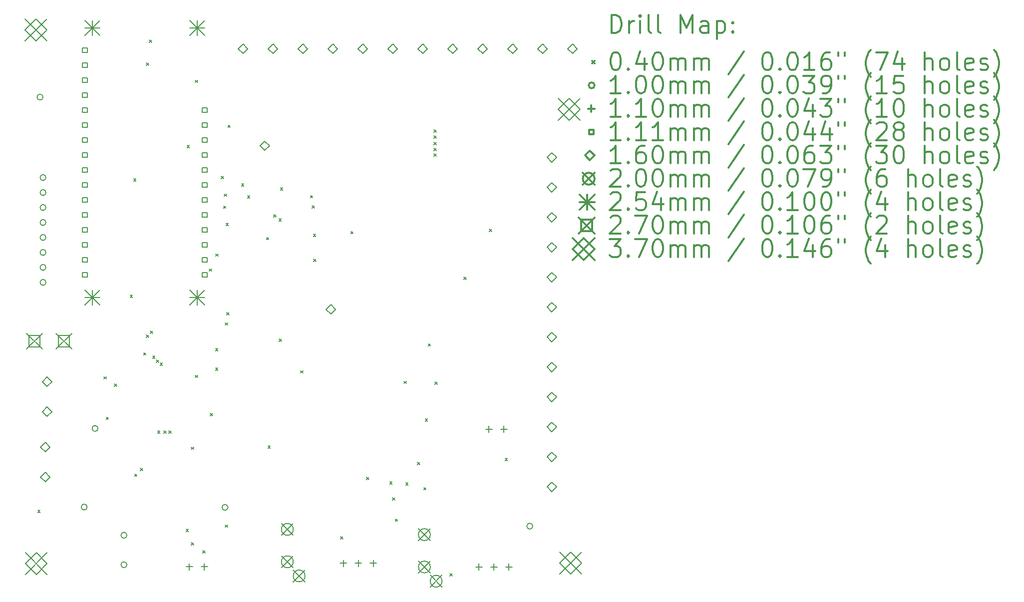
<source format=gbr>
%FSLAX45Y45*%
G04 Gerber Fmt 4.5, Leading zero omitted, Abs format (unit mm)*
G04 Created by KiCad (PCBNEW (5.1.4)-1) date 2023-07-02 11:46:01*
%MOMM*%
%LPD*%
G04 APERTURE LIST*
%ADD10C,0.200000*%
%ADD11C,0.300000*%
G04 APERTURE END LIST*
D10*
X-9443400Y-8565200D02*
X-9403400Y-8605200D01*
X-9403400Y-8565200D02*
X-9443400Y-8605200D01*
X-8319450Y-6298250D02*
X-8279450Y-6338250D01*
X-8279450Y-6298250D02*
X-8319450Y-6338250D01*
X-8281350Y-6984050D02*
X-8241350Y-7024050D01*
X-8241350Y-6984050D02*
X-8281350Y-7024050D01*
X-8141650Y-6418900D02*
X-8101650Y-6458900D01*
X-8101650Y-6418900D02*
X-8141650Y-6458900D01*
X-7874950Y-4913950D02*
X-7834950Y-4953950D01*
X-7834950Y-4913950D02*
X-7874950Y-4953950D01*
X-7817800Y-2939240D02*
X-7777800Y-2979240D01*
X-7777800Y-2939240D02*
X-7817800Y-2979240D01*
X-7798750Y-7949250D02*
X-7758750Y-7989250D01*
X-7758750Y-7949250D02*
X-7798750Y-7989250D01*
X-7703500Y-7854000D02*
X-7663500Y-7894000D01*
X-7663500Y-7854000D02*
X-7703500Y-7894000D01*
X-7646350Y-5891850D02*
X-7606350Y-5931850D01*
X-7606350Y-5891850D02*
X-7646350Y-5931850D01*
X-7601900Y-976950D02*
X-7561900Y-1016950D01*
X-7561900Y-976950D02*
X-7601900Y-1016950D01*
X-7598725Y-5590225D02*
X-7558725Y-5630225D01*
X-7558725Y-5590225D02*
X-7598725Y-5630225D01*
X-7551100Y-589600D02*
X-7511100Y-629600D01*
X-7511100Y-589600D02*
X-7551100Y-629600D01*
X-7532050Y-5523550D02*
X-7492050Y-5563550D01*
X-7492050Y-5523550D02*
X-7532050Y-5563550D01*
X-7493950Y-5949000D02*
X-7453950Y-5989000D01*
X-7453950Y-5949000D02*
X-7493950Y-5989000D01*
X-7430450Y-6012500D02*
X-7390450Y-6052500D01*
X-7390450Y-6012500D02*
X-7430450Y-6052500D01*
X-7411400Y-7219000D02*
X-7371400Y-7259000D01*
X-7371400Y-7219000D02*
X-7411400Y-7259000D01*
X-7366950Y-6063300D02*
X-7326950Y-6103300D01*
X-7326950Y-6063300D02*
X-7366950Y-6103300D01*
X-7305750Y-7219000D02*
X-7265750Y-7259000D01*
X-7265750Y-7219000D02*
X-7305750Y-7259000D01*
X-7220900Y-7219000D02*
X-7180900Y-7259000D01*
X-7180900Y-7219000D02*
X-7220900Y-7259000D01*
X-6928800Y-8882350D02*
X-6888800Y-8922350D01*
X-6888800Y-8882350D02*
X-6928800Y-8922350D01*
X-6909750Y-2373950D02*
X-6869750Y-2413950D01*
X-6869750Y-2373950D02*
X-6909750Y-2413950D01*
X-6839900Y-7492050D02*
X-6799900Y-7532050D01*
X-6799900Y-7492050D02*
X-6839900Y-7532050D01*
X-6839900Y-9111300D02*
X-6799900Y-9151300D01*
X-6799900Y-9111300D02*
X-6839900Y-9151300D01*
X-6770050Y-1269050D02*
X-6730050Y-1309050D01*
X-6730050Y-1269050D02*
X-6770050Y-1309050D01*
X-6770050Y-6272850D02*
X-6730050Y-6312850D01*
X-6730050Y-6272850D02*
X-6770050Y-6312850D01*
X-6643050Y-9251000D02*
X-6603050Y-9291000D01*
X-6603050Y-9251000D02*
X-6643050Y-9291000D01*
X-6534400Y-4468750D02*
X-6494400Y-4508750D01*
X-6494400Y-4468750D02*
X-6534400Y-4508750D01*
X-6516050Y-6920550D02*
X-6476050Y-6960550D01*
X-6476050Y-6920550D02*
X-6516050Y-6960550D01*
X-6427150Y-5822000D02*
X-6387150Y-5862000D01*
X-6387150Y-5822000D02*
X-6427150Y-5862000D01*
X-6427150Y-6152200D02*
X-6387150Y-6192200D01*
X-6387150Y-6152200D02*
X-6427150Y-6192200D01*
X-6426450Y-4214750D02*
X-6386450Y-4254750D01*
X-6386450Y-4214750D02*
X-6426450Y-4254750D01*
X-6331900Y-2901000D02*
X-6291900Y-2941000D01*
X-6291900Y-2901000D02*
X-6331900Y-2941000D01*
X-6293800Y-3402650D02*
X-6253800Y-3442650D01*
X-6253800Y-3402650D02*
X-6293800Y-3442650D01*
X-6281100Y-3199450D02*
X-6241100Y-3239450D01*
X-6241100Y-3199450D02*
X-6281100Y-3239450D01*
X-6262050Y-5383850D02*
X-6222050Y-5423850D01*
X-6222050Y-5383850D02*
X-6262050Y-5423850D01*
X-6262050Y-8812850D02*
X-6222050Y-8852850D01*
X-6222050Y-8812850D02*
X-6262050Y-8852850D01*
X-6249350Y-3694750D02*
X-6209350Y-3734750D01*
X-6209350Y-3694750D02*
X-6249350Y-3734750D01*
X-6236650Y-5212400D02*
X-6196650Y-5252400D01*
X-6196650Y-5212400D02*
X-6236650Y-5252400D01*
X-6217600Y-2031050D02*
X-6177600Y-2071050D01*
X-6177600Y-2031050D02*
X-6217600Y-2071050D01*
X-5989000Y-3028000D02*
X-5949000Y-3068000D01*
X-5949000Y-3028000D02*
X-5989000Y-3068000D01*
X-5887400Y-3231200D02*
X-5847400Y-3271200D01*
X-5847400Y-3231200D02*
X-5887400Y-3271200D01*
X-5563550Y-3936050D02*
X-5523550Y-3976050D01*
X-5523550Y-3936050D02*
X-5563550Y-3976050D01*
X-5538150Y-7473000D02*
X-5498150Y-7513000D01*
X-5498150Y-7473000D02*
X-5538150Y-7513000D01*
X-5442900Y-3548700D02*
X-5402900Y-3588700D01*
X-5402900Y-3548700D02*
X-5442900Y-3588700D01*
X-5354000Y-3618550D02*
X-5314000Y-3658550D01*
X-5314000Y-3618550D02*
X-5354000Y-3658550D01*
X-5347650Y-5656900D02*
X-5307650Y-5696900D01*
X-5307650Y-5656900D02*
X-5347650Y-5696900D01*
X-5328600Y-3091500D02*
X-5288600Y-3131500D01*
X-5288600Y-3091500D02*
X-5328600Y-3131500D01*
X-4985700Y-6196650D02*
X-4945700Y-6236650D01*
X-4945700Y-6196650D02*
X-4985700Y-6236650D01*
X-4820600Y-3224850D02*
X-4780600Y-3264850D01*
X-4780600Y-3224850D02*
X-4820600Y-3264850D01*
X-4788850Y-3396300D02*
X-4748850Y-3436300D01*
X-4748850Y-3396300D02*
X-4788850Y-3436300D01*
X-4769800Y-3878900D02*
X-4729800Y-3918900D01*
X-4729800Y-3878900D02*
X-4769800Y-3918900D01*
X-4763450Y-4304350D02*
X-4723450Y-4344350D01*
X-4723450Y-4304350D02*
X-4763450Y-4344350D01*
X-4306250Y-9009700D02*
X-4266250Y-9049700D01*
X-4266250Y-9009700D02*
X-4306250Y-9049700D01*
X-4134800Y-3834450D02*
X-4094800Y-3874450D01*
X-4094800Y-3834450D02*
X-4134800Y-3874450D01*
X-3868100Y-8006400D02*
X-3828100Y-8046400D01*
X-3828100Y-8006400D02*
X-3868100Y-8046400D01*
X-3474400Y-8082600D02*
X-3434400Y-8122600D01*
X-3434400Y-8082600D02*
X-3474400Y-8122600D01*
X-3426775Y-8352475D02*
X-3386775Y-8392475D01*
X-3386775Y-8352475D02*
X-3426775Y-8392475D01*
X-3379150Y-8711250D02*
X-3339150Y-8751250D01*
X-3339150Y-8711250D02*
X-3379150Y-8751250D01*
X-3232850Y-6374200D02*
X-3192850Y-6414200D01*
X-3192850Y-6374200D02*
X-3232850Y-6414200D01*
X-3201350Y-8095300D02*
X-3161350Y-8135300D01*
X-3161350Y-8095300D02*
X-3201350Y-8135300D01*
X-3001679Y-7749579D02*
X-2961679Y-7789579D01*
X-2961679Y-7749579D02*
X-3001679Y-7789579D01*
X-2896550Y-8177850D02*
X-2856550Y-8217850D01*
X-2856550Y-8177850D02*
X-2896550Y-8217850D01*
X-2871150Y-7015800D02*
X-2831150Y-7055800D01*
X-2831150Y-7015800D02*
X-2871150Y-7055800D01*
X-2820350Y-5739450D02*
X-2780350Y-5779450D01*
X-2780350Y-5739450D02*
X-2820350Y-5779450D01*
X-2725100Y-2113600D02*
X-2685100Y-2153600D01*
X-2685100Y-2113600D02*
X-2725100Y-2153600D01*
X-2725100Y-2215200D02*
X-2685100Y-2255200D01*
X-2685100Y-2215200D02*
X-2725100Y-2255200D01*
X-2725100Y-2323150D02*
X-2685100Y-2363150D01*
X-2685100Y-2323150D02*
X-2725100Y-2363150D01*
X-2725100Y-2424750D02*
X-2685100Y-2464750D01*
X-2685100Y-2424750D02*
X-2725100Y-2464750D01*
X-2725100Y-2520000D02*
X-2685100Y-2560000D01*
X-2685100Y-2520000D02*
X-2725100Y-2560000D01*
X-2706050Y-6387150D02*
X-2666050Y-6427150D01*
X-2666050Y-6387150D02*
X-2706050Y-6427150D01*
X-2452050Y-9638350D02*
X-2412050Y-9678350D01*
X-2412050Y-9638350D02*
X-2452050Y-9678350D01*
X-2217100Y-4609150D02*
X-2177100Y-4649150D01*
X-2177100Y-4609150D02*
X-2217100Y-4649150D01*
X-1785300Y-3796350D02*
X-1745300Y-3836350D01*
X-1745300Y-3796350D02*
X-1785300Y-3836350D01*
X-1518600Y-7682550D02*
X-1478600Y-7722550D01*
X-1478600Y-7682550D02*
X-1518600Y-7722550D01*
X-7931950Y-8986900D02*
G75*
G03X-7931950Y-8986900I-50000J0D01*
G01*
X-7931950Y-9486900D02*
G75*
G03X-7931950Y-9486900I-50000J0D01*
G01*
X-8420900Y-7175500D02*
G75*
G03X-8420900Y-7175500I-50000J0D01*
G01*
X-6217450Y-8515350D02*
G75*
G03X-6217450Y-8515350I-50000J0D01*
G01*
X-9303550Y-2921000D02*
G75*
G03X-9303550Y-2921000I-50000J0D01*
G01*
X-9303550Y-3175000D02*
G75*
G03X-9303550Y-3175000I-50000J0D01*
G01*
X-9303550Y-3429000D02*
G75*
G03X-9303550Y-3429000I-50000J0D01*
G01*
X-9303550Y-3683000D02*
G75*
G03X-9303550Y-3683000I-50000J0D01*
G01*
X-9303550Y-3937000D02*
G75*
G03X-9303550Y-3937000I-50000J0D01*
G01*
X-9303550Y-4191000D02*
G75*
G03X-9303550Y-4191000I-50000J0D01*
G01*
X-9303550Y-4445000D02*
G75*
G03X-9303550Y-4445000I-50000J0D01*
G01*
X-9303550Y-4699000D02*
G75*
G03X-9303550Y-4699000I-50000J0D01*
G01*
X-9354350Y-1555750D02*
G75*
G03X-9354350Y-1555750I-50000J0D01*
G01*
X-1048550Y-8832850D02*
G75*
G03X-1048550Y-8832850I-50000J0D01*
G01*
X-8605050Y-8509000D02*
G75*
G03X-8605050Y-8509000I-50000J0D01*
G01*
X-1790700Y-7133200D02*
X-1790700Y-7243200D01*
X-1845700Y-7188200D02*
X-1735700Y-7188200D01*
X-1536700Y-7133200D02*
X-1536700Y-7243200D01*
X-1591700Y-7188200D02*
X-1481700Y-7188200D01*
X-6870700Y-9463650D02*
X-6870700Y-9573650D01*
X-6925700Y-9518650D02*
X-6815700Y-9518650D01*
X-6616700Y-9463650D02*
X-6616700Y-9573650D01*
X-6671700Y-9518650D02*
X-6561700Y-9518650D01*
X-4260850Y-9406500D02*
X-4260850Y-9516500D01*
X-4315850Y-9461500D02*
X-4205850Y-9461500D01*
X-4006850Y-9406500D02*
X-4006850Y-9516500D01*
X-4061850Y-9461500D02*
X-3951850Y-9461500D01*
X-3752850Y-9406500D02*
X-3752850Y-9516500D01*
X-3807850Y-9461500D02*
X-3697850Y-9461500D01*
X-1962150Y-9470000D02*
X-1962150Y-9580000D01*
X-2017150Y-9525000D02*
X-1907150Y-9525000D01*
X-1708150Y-9470000D02*
X-1708150Y-9580000D01*
X-1763150Y-9525000D02*
X-1653150Y-9525000D01*
X-1454150Y-9470000D02*
X-1454150Y-9580000D01*
X-1509150Y-9525000D02*
X-1399150Y-9525000D01*
X-8603105Y-801245D02*
X-8603105Y-722755D01*
X-8681595Y-722755D01*
X-8681595Y-801245D01*
X-8603105Y-801245D01*
X-8603105Y-1055245D02*
X-8603105Y-976755D01*
X-8681595Y-976755D01*
X-8681595Y-1055245D01*
X-8603105Y-1055245D01*
X-8603105Y-1309245D02*
X-8603105Y-1230755D01*
X-8681595Y-1230755D01*
X-8681595Y-1309245D01*
X-8603105Y-1309245D01*
X-8603105Y-1563245D02*
X-8603105Y-1484755D01*
X-8681595Y-1484755D01*
X-8681595Y-1563245D01*
X-8603105Y-1563245D01*
X-8603105Y-1817245D02*
X-8603105Y-1738755D01*
X-8681595Y-1738755D01*
X-8681595Y-1817245D01*
X-8603105Y-1817245D01*
X-8603105Y-2071245D02*
X-8603105Y-1992755D01*
X-8681595Y-1992755D01*
X-8681595Y-2071245D01*
X-8603105Y-2071245D01*
X-8603105Y-2325245D02*
X-8603105Y-2246755D01*
X-8681595Y-2246755D01*
X-8681595Y-2325245D01*
X-8603105Y-2325245D01*
X-8603105Y-2579245D02*
X-8603105Y-2500755D01*
X-8681595Y-2500755D01*
X-8681595Y-2579245D01*
X-8603105Y-2579245D01*
X-8603105Y-2833245D02*
X-8603105Y-2754755D01*
X-8681595Y-2754755D01*
X-8681595Y-2833245D01*
X-8603105Y-2833245D01*
X-8603105Y-3087245D02*
X-8603105Y-3008755D01*
X-8681595Y-3008755D01*
X-8681595Y-3087245D01*
X-8603105Y-3087245D01*
X-8603105Y-3341245D02*
X-8603105Y-3262755D01*
X-8681595Y-3262755D01*
X-8681595Y-3341245D01*
X-8603105Y-3341245D01*
X-8603105Y-3595245D02*
X-8603105Y-3516755D01*
X-8681595Y-3516755D01*
X-8681595Y-3595245D01*
X-8603105Y-3595245D01*
X-8603105Y-3849245D02*
X-8603105Y-3770755D01*
X-8681595Y-3770755D01*
X-8681595Y-3849245D01*
X-8603105Y-3849245D01*
X-8603105Y-4103245D02*
X-8603105Y-4024755D01*
X-8681595Y-4024755D01*
X-8681595Y-4103245D01*
X-8603105Y-4103245D01*
X-8603105Y-4357245D02*
X-8603105Y-4278755D01*
X-8681595Y-4278755D01*
X-8681595Y-4357245D01*
X-8603105Y-4357245D01*
X-8603105Y-4611245D02*
X-8603105Y-4532755D01*
X-8681595Y-4532755D01*
X-8681595Y-4611245D01*
X-8603105Y-4611245D01*
X-6571105Y-1817245D02*
X-6571105Y-1738755D01*
X-6649595Y-1738755D01*
X-6649595Y-1817245D01*
X-6571105Y-1817245D01*
X-6571105Y-2071245D02*
X-6571105Y-1992755D01*
X-6649595Y-1992755D01*
X-6649595Y-2071245D01*
X-6571105Y-2071245D01*
X-6571105Y-2325245D02*
X-6571105Y-2246755D01*
X-6649595Y-2246755D01*
X-6649595Y-2325245D01*
X-6571105Y-2325245D01*
X-6571105Y-2579245D02*
X-6571105Y-2500755D01*
X-6649595Y-2500755D01*
X-6649595Y-2579245D01*
X-6571105Y-2579245D01*
X-6571105Y-2833245D02*
X-6571105Y-2754755D01*
X-6649595Y-2754755D01*
X-6649595Y-2833245D01*
X-6571105Y-2833245D01*
X-6571105Y-3087245D02*
X-6571105Y-3008755D01*
X-6649595Y-3008755D01*
X-6649595Y-3087245D01*
X-6571105Y-3087245D01*
X-6571105Y-3341245D02*
X-6571105Y-3262755D01*
X-6649595Y-3262755D01*
X-6649595Y-3341245D01*
X-6571105Y-3341245D01*
X-6571105Y-3595245D02*
X-6571105Y-3516755D01*
X-6649595Y-3516755D01*
X-6649595Y-3595245D01*
X-6571105Y-3595245D01*
X-6571105Y-3849245D02*
X-6571105Y-3770755D01*
X-6649595Y-3770755D01*
X-6649595Y-3849245D01*
X-6571105Y-3849245D01*
X-6571105Y-4103245D02*
X-6571105Y-4024755D01*
X-6649595Y-4024755D01*
X-6649595Y-4103245D01*
X-6571105Y-4103245D01*
X-6571105Y-4357245D02*
X-6571105Y-4278755D01*
X-6649595Y-4278755D01*
X-6649595Y-4357245D01*
X-6571105Y-4357245D01*
X-6571105Y-4611245D02*
X-6571105Y-4532755D01*
X-6649595Y-4532755D01*
X-6649595Y-4611245D01*
X-6571105Y-4611245D01*
X-4470400Y-5236200D02*
X-4390400Y-5156200D01*
X-4470400Y-5076200D01*
X-4550400Y-5156200D01*
X-4470400Y-5236200D01*
X-5962650Y-816600D02*
X-5882650Y-736600D01*
X-5962650Y-656600D01*
X-6042650Y-736600D01*
X-5962650Y-816600D01*
X-5454650Y-816600D02*
X-5374650Y-736600D01*
X-5454650Y-656600D01*
X-5534650Y-736600D01*
X-5454650Y-816600D01*
X-4946650Y-816600D02*
X-4866650Y-736600D01*
X-4946650Y-656600D01*
X-5026650Y-736600D01*
X-4946650Y-816600D01*
X-4438650Y-816600D02*
X-4358650Y-736600D01*
X-4438650Y-656600D01*
X-4518650Y-736600D01*
X-4438650Y-816600D01*
X-3930650Y-816600D02*
X-3850650Y-736600D01*
X-3930650Y-656600D01*
X-4010650Y-736600D01*
X-3930650Y-816600D01*
X-3422650Y-816600D02*
X-3342650Y-736600D01*
X-3422650Y-656600D01*
X-3502650Y-736600D01*
X-3422650Y-816600D01*
X-2914650Y-816600D02*
X-2834650Y-736600D01*
X-2914650Y-656600D01*
X-2994650Y-736600D01*
X-2914650Y-816600D01*
X-2406650Y-816600D02*
X-2326650Y-736600D01*
X-2406650Y-656600D01*
X-2486650Y-736600D01*
X-2406650Y-816600D01*
X-1898650Y-816600D02*
X-1818650Y-736600D01*
X-1898650Y-656600D01*
X-1978650Y-736600D01*
X-1898650Y-816600D01*
X-1390650Y-816600D02*
X-1310650Y-736600D01*
X-1390650Y-656600D01*
X-1470650Y-736600D01*
X-1390650Y-816600D01*
X-882650Y-816600D02*
X-802650Y-736600D01*
X-882650Y-656600D01*
X-962650Y-736600D01*
X-882650Y-816600D01*
X-374650Y-816600D02*
X-294650Y-736600D01*
X-374650Y-656600D01*
X-454650Y-736600D01*
X-374650Y-816600D01*
X-9315450Y-7573000D02*
X-9235450Y-7493000D01*
X-9315450Y-7413000D01*
X-9395450Y-7493000D01*
X-9315450Y-7573000D01*
X-9315450Y-8081000D02*
X-9235450Y-8001000D01*
X-9315450Y-7921000D01*
X-9395450Y-8001000D01*
X-9315450Y-8081000D01*
X-723900Y-2658100D02*
X-643900Y-2578100D01*
X-723900Y-2498100D01*
X-803900Y-2578100D01*
X-723900Y-2658100D01*
X-723900Y-3166100D02*
X-643900Y-3086100D01*
X-723900Y-3006100D01*
X-803900Y-3086100D01*
X-723900Y-3166100D01*
X-723900Y-3674100D02*
X-643900Y-3594100D01*
X-723900Y-3514100D01*
X-803900Y-3594100D01*
X-723900Y-3674100D01*
X-723900Y-4182100D02*
X-643900Y-4102100D01*
X-723900Y-4022100D01*
X-803900Y-4102100D01*
X-723900Y-4182100D01*
X-723900Y-4690100D02*
X-643900Y-4610100D01*
X-723900Y-4530100D01*
X-803900Y-4610100D01*
X-723900Y-4690100D01*
X-723900Y-5198100D02*
X-643900Y-5118100D01*
X-723900Y-5038100D01*
X-803900Y-5118100D01*
X-723900Y-5198100D01*
X-723900Y-5706100D02*
X-643900Y-5626100D01*
X-723900Y-5546100D01*
X-803900Y-5626100D01*
X-723900Y-5706100D01*
X-723900Y-6214100D02*
X-643900Y-6134100D01*
X-723900Y-6054100D01*
X-803900Y-6134100D01*
X-723900Y-6214100D01*
X-723900Y-6722100D02*
X-643900Y-6642100D01*
X-723900Y-6562100D01*
X-803900Y-6642100D01*
X-723900Y-6722100D01*
X-723900Y-7230100D02*
X-643900Y-7150100D01*
X-723900Y-7070100D01*
X-803900Y-7150100D01*
X-723900Y-7230100D01*
X-723900Y-7738100D02*
X-643900Y-7658100D01*
X-723900Y-7578100D01*
X-803900Y-7658100D01*
X-723900Y-7738100D01*
X-723900Y-8246100D02*
X-643900Y-8166100D01*
X-723900Y-8086100D01*
X-803900Y-8166100D01*
X-723900Y-8246100D01*
X-9283700Y-6461750D02*
X-9203700Y-6381750D01*
X-9283700Y-6301750D01*
X-9363700Y-6381750D01*
X-9283700Y-6461750D01*
X-9283700Y-6969750D02*
X-9203700Y-6889750D01*
X-9283700Y-6809750D01*
X-9363700Y-6889750D01*
X-9283700Y-6969750D01*
X-5594350Y-2461250D02*
X-5514350Y-2381250D01*
X-5594350Y-2301250D01*
X-5674350Y-2381250D01*
X-5594350Y-2461250D01*
X-2986050Y-8876300D02*
X-2786050Y-9076300D01*
X-2786050Y-8876300D02*
X-2986050Y-9076300D01*
X-2786050Y-8976300D02*
G75*
G03X-2786050Y-8976300I-100000J0D01*
G01*
X-2986050Y-9426300D02*
X-2786050Y-9626300D01*
X-2786050Y-9426300D02*
X-2986050Y-9626300D01*
X-2786050Y-9526300D02*
G75*
G03X-2786050Y-9526300I-100000J0D01*
G01*
X-2786050Y-9666300D02*
X-2586050Y-9866300D01*
X-2586050Y-9666300D02*
X-2786050Y-9866300D01*
X-2586050Y-9766300D02*
G75*
G03X-2586050Y-9766300I-100000J0D01*
G01*
X-5310150Y-8787400D02*
X-5110150Y-8987400D01*
X-5110150Y-8787400D02*
X-5310150Y-8987400D01*
X-5110150Y-8887400D02*
G75*
G03X-5110150Y-8887400I-100000J0D01*
G01*
X-5310150Y-9337400D02*
X-5110150Y-9537400D01*
X-5110150Y-9337400D02*
X-5310150Y-9537400D01*
X-5110150Y-9437400D02*
G75*
G03X-5110150Y-9437400I-100000J0D01*
G01*
X-5110150Y-9577400D02*
X-4910150Y-9777400D01*
X-4910150Y-9577400D02*
X-5110150Y-9777400D01*
X-4910150Y-9677400D02*
G75*
G03X-4910150Y-9677400I-100000J0D01*
G01*
X-8642350Y-254000D02*
X-8388350Y-508000D01*
X-8388350Y-254000D02*
X-8642350Y-508000D01*
X-8515350Y-254000D02*
X-8515350Y-508000D01*
X-8642350Y-381000D02*
X-8388350Y-381000D01*
X-8642350Y-4826000D02*
X-8388350Y-5080000D01*
X-8388350Y-4826000D02*
X-8642350Y-5080000D01*
X-8515350Y-4826000D02*
X-8515350Y-5080000D01*
X-8642350Y-4953000D02*
X-8388350Y-4953000D01*
X-6864350Y-254000D02*
X-6610350Y-508000D01*
X-6610350Y-254000D02*
X-6864350Y-508000D01*
X-6737350Y-254000D02*
X-6737350Y-508000D01*
X-6864350Y-381000D02*
X-6610350Y-381000D01*
X-6864350Y-4826000D02*
X-6610350Y-5080000D01*
X-6610350Y-4826000D02*
X-6864350Y-5080000D01*
X-6737350Y-4826000D02*
X-6737350Y-5080000D01*
X-6864350Y-4953000D02*
X-6610350Y-4953000D01*
X-9632950Y-5560950D02*
X-9362950Y-5830950D01*
X-9362950Y-5560950D02*
X-9632950Y-5830950D01*
X-9402490Y-5791410D02*
X-9402490Y-5600490D01*
X-9593410Y-5600490D01*
X-9593410Y-5791410D01*
X-9402490Y-5791410D01*
X-9132950Y-5560950D02*
X-8862950Y-5830950D01*
X-8862950Y-5560950D02*
X-9132950Y-5830950D01*
X-8902490Y-5791410D02*
X-8902490Y-5600490D01*
X-9093410Y-5600490D01*
X-9093410Y-5791410D01*
X-8902490Y-5791410D01*
X-9652850Y-9282850D02*
X-9282850Y-9652850D01*
X-9282850Y-9282850D02*
X-9652850Y-9652850D01*
X-9467850Y-9652850D02*
X-9282850Y-9467850D01*
X-9467850Y-9282850D01*
X-9652850Y-9467850D01*
X-9467850Y-9652850D01*
X-616800Y-1580300D02*
X-246800Y-1950300D01*
X-246800Y-1580300D02*
X-616800Y-1950300D01*
X-431800Y-1950300D02*
X-246800Y-1765300D01*
X-431800Y-1580300D01*
X-616800Y-1765300D01*
X-431800Y-1950300D01*
X-591400Y-9276500D02*
X-221400Y-9646500D01*
X-221400Y-9276500D02*
X-591400Y-9646500D01*
X-406400Y-9646500D02*
X-221400Y-9461500D01*
X-406400Y-9276500D01*
X-591400Y-9461500D01*
X-406400Y-9646500D01*
X-9659200Y-234100D02*
X-9289200Y-604100D01*
X-9289200Y-234100D02*
X-9659200Y-604100D01*
X-9474200Y-604100D02*
X-9289200Y-419100D01*
X-9474200Y-234100D01*
X-9659200Y-419100D01*
X-9474200Y-604100D01*
D11*
X286429Y-465714D02*
X286429Y-165714D01*
X357857Y-165714D01*
X400714Y-180000D01*
X429286Y-208571D01*
X443571Y-237143D01*
X457857Y-294286D01*
X457857Y-337143D01*
X443571Y-394286D01*
X429286Y-422857D01*
X400714Y-451428D01*
X357857Y-465714D01*
X286429Y-465714D01*
X586429Y-465714D02*
X586429Y-265714D01*
X586429Y-322857D02*
X600714Y-294286D01*
X615000Y-280000D01*
X643571Y-265714D01*
X672143Y-265714D01*
X772143Y-465714D02*
X772143Y-265714D01*
X772143Y-165714D02*
X757857Y-180000D01*
X772143Y-194286D01*
X786428Y-180000D01*
X772143Y-165714D01*
X772143Y-194286D01*
X957857Y-465714D02*
X929286Y-451428D01*
X915000Y-422857D01*
X915000Y-165714D01*
X1115000Y-465714D02*
X1086429Y-451428D01*
X1072143Y-422857D01*
X1072143Y-165714D01*
X1457857Y-465714D02*
X1457857Y-165714D01*
X1557857Y-380000D01*
X1657857Y-165714D01*
X1657857Y-465714D01*
X1929286Y-465714D02*
X1929286Y-308571D01*
X1915000Y-280000D01*
X1886428Y-265714D01*
X1829286Y-265714D01*
X1800714Y-280000D01*
X1929286Y-451428D02*
X1900714Y-465714D01*
X1829286Y-465714D01*
X1800714Y-451428D01*
X1786428Y-422857D01*
X1786428Y-394286D01*
X1800714Y-365714D01*
X1829286Y-351428D01*
X1900714Y-351428D01*
X1929286Y-337143D01*
X2072143Y-265714D02*
X2072143Y-565714D01*
X2072143Y-280000D02*
X2100714Y-265714D01*
X2157857Y-265714D01*
X2186429Y-280000D01*
X2200714Y-294286D01*
X2215000Y-322857D01*
X2215000Y-408571D01*
X2200714Y-437143D01*
X2186429Y-451428D01*
X2157857Y-465714D01*
X2100714Y-465714D01*
X2072143Y-451428D01*
X2343571Y-437143D02*
X2357857Y-451428D01*
X2343571Y-465714D01*
X2329286Y-451428D01*
X2343571Y-437143D01*
X2343571Y-465714D01*
X2343571Y-280000D02*
X2357857Y-294286D01*
X2343571Y-308571D01*
X2329286Y-294286D01*
X2343571Y-280000D01*
X2343571Y-308571D01*
X-40000Y-940000D02*
X0Y-980000D01*
X0Y-940000D02*
X-40000Y-980000D01*
X343571Y-795714D02*
X372143Y-795714D01*
X400714Y-810000D01*
X415000Y-824286D01*
X429286Y-852857D01*
X443571Y-910000D01*
X443571Y-981428D01*
X429286Y-1038571D01*
X415000Y-1067143D01*
X400714Y-1081429D01*
X372143Y-1095714D01*
X343571Y-1095714D01*
X315000Y-1081429D01*
X300714Y-1067143D01*
X286429Y-1038571D01*
X272143Y-981428D01*
X272143Y-910000D01*
X286429Y-852857D01*
X300714Y-824286D01*
X315000Y-810000D01*
X343571Y-795714D01*
X572143Y-1067143D02*
X586429Y-1081429D01*
X572143Y-1095714D01*
X557857Y-1081429D01*
X572143Y-1067143D01*
X572143Y-1095714D01*
X843571Y-895714D02*
X843571Y-1095714D01*
X772143Y-781428D02*
X700714Y-995714D01*
X886428Y-995714D01*
X1057857Y-795714D02*
X1086429Y-795714D01*
X1115000Y-810000D01*
X1129286Y-824286D01*
X1143571Y-852857D01*
X1157857Y-910000D01*
X1157857Y-981428D01*
X1143571Y-1038571D01*
X1129286Y-1067143D01*
X1115000Y-1081429D01*
X1086429Y-1095714D01*
X1057857Y-1095714D01*
X1029286Y-1081429D01*
X1015000Y-1067143D01*
X1000714Y-1038571D01*
X986428Y-981428D01*
X986428Y-910000D01*
X1000714Y-852857D01*
X1015000Y-824286D01*
X1029286Y-810000D01*
X1057857Y-795714D01*
X1286429Y-1095714D02*
X1286429Y-895714D01*
X1286429Y-924286D02*
X1300714Y-910000D01*
X1329286Y-895714D01*
X1372143Y-895714D01*
X1400714Y-910000D01*
X1415000Y-938571D01*
X1415000Y-1095714D01*
X1415000Y-938571D02*
X1429286Y-910000D01*
X1457857Y-895714D01*
X1500714Y-895714D01*
X1529286Y-910000D01*
X1543571Y-938571D01*
X1543571Y-1095714D01*
X1686428Y-1095714D02*
X1686428Y-895714D01*
X1686428Y-924286D02*
X1700714Y-910000D01*
X1729286Y-895714D01*
X1772143Y-895714D01*
X1800714Y-910000D01*
X1815000Y-938571D01*
X1815000Y-1095714D01*
X1815000Y-938571D02*
X1829286Y-910000D01*
X1857857Y-895714D01*
X1900714Y-895714D01*
X1929286Y-910000D01*
X1943571Y-938571D01*
X1943571Y-1095714D01*
X2529286Y-781428D02*
X2272143Y-1167143D01*
X2915000Y-795714D02*
X2943571Y-795714D01*
X2972143Y-810000D01*
X2986428Y-824286D01*
X3000714Y-852857D01*
X3015000Y-910000D01*
X3015000Y-981428D01*
X3000714Y-1038571D01*
X2986428Y-1067143D01*
X2972143Y-1081429D01*
X2943571Y-1095714D01*
X2915000Y-1095714D01*
X2886428Y-1081429D01*
X2872143Y-1067143D01*
X2857857Y-1038571D01*
X2843571Y-981428D01*
X2843571Y-910000D01*
X2857857Y-852857D01*
X2872143Y-824286D01*
X2886428Y-810000D01*
X2915000Y-795714D01*
X3143571Y-1067143D02*
X3157857Y-1081429D01*
X3143571Y-1095714D01*
X3129286Y-1081429D01*
X3143571Y-1067143D01*
X3143571Y-1095714D01*
X3343571Y-795714D02*
X3372143Y-795714D01*
X3400714Y-810000D01*
X3415000Y-824286D01*
X3429286Y-852857D01*
X3443571Y-910000D01*
X3443571Y-981428D01*
X3429286Y-1038571D01*
X3415000Y-1067143D01*
X3400714Y-1081429D01*
X3372143Y-1095714D01*
X3343571Y-1095714D01*
X3315000Y-1081429D01*
X3300714Y-1067143D01*
X3286428Y-1038571D01*
X3272143Y-981428D01*
X3272143Y-910000D01*
X3286428Y-852857D01*
X3300714Y-824286D01*
X3315000Y-810000D01*
X3343571Y-795714D01*
X3729286Y-1095714D02*
X3557857Y-1095714D01*
X3643571Y-1095714D02*
X3643571Y-795714D01*
X3615000Y-838571D01*
X3586428Y-867143D01*
X3557857Y-881428D01*
X3986428Y-795714D02*
X3929286Y-795714D01*
X3900714Y-810000D01*
X3886428Y-824286D01*
X3857857Y-867143D01*
X3843571Y-924286D01*
X3843571Y-1038571D01*
X3857857Y-1067143D01*
X3872143Y-1081429D01*
X3900714Y-1095714D01*
X3957857Y-1095714D01*
X3986428Y-1081429D01*
X4000714Y-1067143D01*
X4015000Y-1038571D01*
X4015000Y-967143D01*
X4000714Y-938571D01*
X3986428Y-924286D01*
X3957857Y-910000D01*
X3900714Y-910000D01*
X3872143Y-924286D01*
X3857857Y-938571D01*
X3843571Y-967143D01*
X4129286Y-795714D02*
X4129286Y-852857D01*
X4243571Y-795714D02*
X4243571Y-852857D01*
X4686429Y-1210000D02*
X4672143Y-1195714D01*
X4643571Y-1152857D01*
X4629286Y-1124286D01*
X4615000Y-1081429D01*
X4600714Y-1010000D01*
X4600714Y-952857D01*
X4615000Y-881428D01*
X4629286Y-838571D01*
X4643571Y-810000D01*
X4672143Y-767143D01*
X4686429Y-752857D01*
X4772143Y-795714D02*
X4972143Y-795714D01*
X4843571Y-1095714D01*
X5215000Y-895714D02*
X5215000Y-1095714D01*
X5143571Y-781428D02*
X5072143Y-995714D01*
X5257857Y-995714D01*
X5600714Y-1095714D02*
X5600714Y-795714D01*
X5729286Y-1095714D02*
X5729286Y-938571D01*
X5715000Y-910000D01*
X5686428Y-895714D01*
X5643571Y-895714D01*
X5615000Y-910000D01*
X5600714Y-924286D01*
X5915000Y-1095714D02*
X5886428Y-1081429D01*
X5872143Y-1067143D01*
X5857857Y-1038571D01*
X5857857Y-952857D01*
X5872143Y-924286D01*
X5886428Y-910000D01*
X5915000Y-895714D01*
X5957857Y-895714D01*
X5986428Y-910000D01*
X6000714Y-924286D01*
X6015000Y-952857D01*
X6015000Y-1038571D01*
X6000714Y-1067143D01*
X5986428Y-1081429D01*
X5957857Y-1095714D01*
X5915000Y-1095714D01*
X6186428Y-1095714D02*
X6157857Y-1081429D01*
X6143571Y-1052857D01*
X6143571Y-795714D01*
X6415000Y-1081429D02*
X6386428Y-1095714D01*
X6329286Y-1095714D01*
X6300714Y-1081429D01*
X6286428Y-1052857D01*
X6286428Y-938571D01*
X6300714Y-910000D01*
X6329286Y-895714D01*
X6386428Y-895714D01*
X6415000Y-910000D01*
X6429286Y-938571D01*
X6429286Y-967143D01*
X6286428Y-995714D01*
X6543571Y-1081429D02*
X6572143Y-1095714D01*
X6629286Y-1095714D01*
X6657857Y-1081429D01*
X6672143Y-1052857D01*
X6672143Y-1038571D01*
X6657857Y-1010000D01*
X6629286Y-995714D01*
X6586428Y-995714D01*
X6557857Y-981428D01*
X6543571Y-952857D01*
X6543571Y-938571D01*
X6557857Y-910000D01*
X6586428Y-895714D01*
X6629286Y-895714D01*
X6657857Y-910000D01*
X6772143Y-1210000D02*
X6786428Y-1195714D01*
X6815000Y-1152857D01*
X6829286Y-1124286D01*
X6843571Y-1081429D01*
X6857857Y-1010000D01*
X6857857Y-952857D01*
X6843571Y-881428D01*
X6829286Y-838571D01*
X6815000Y-810000D01*
X6786428Y-767143D01*
X6772143Y-752857D01*
X0Y-1356000D02*
G75*
G03X0Y-1356000I-50000J0D01*
G01*
X443571Y-1491714D02*
X272143Y-1491714D01*
X357857Y-1491714D02*
X357857Y-1191714D01*
X329286Y-1234571D01*
X300714Y-1263143D01*
X272143Y-1277429D01*
X572143Y-1463143D02*
X586429Y-1477428D01*
X572143Y-1491714D01*
X557857Y-1477428D01*
X572143Y-1463143D01*
X572143Y-1491714D01*
X772143Y-1191714D02*
X800714Y-1191714D01*
X829286Y-1206000D01*
X843571Y-1220286D01*
X857857Y-1248857D01*
X872143Y-1306000D01*
X872143Y-1377429D01*
X857857Y-1434571D01*
X843571Y-1463143D01*
X829286Y-1477428D01*
X800714Y-1491714D01*
X772143Y-1491714D01*
X743571Y-1477428D01*
X729286Y-1463143D01*
X715000Y-1434571D01*
X700714Y-1377429D01*
X700714Y-1306000D01*
X715000Y-1248857D01*
X729286Y-1220286D01*
X743571Y-1206000D01*
X772143Y-1191714D01*
X1057857Y-1191714D02*
X1086429Y-1191714D01*
X1115000Y-1206000D01*
X1129286Y-1220286D01*
X1143571Y-1248857D01*
X1157857Y-1306000D01*
X1157857Y-1377429D01*
X1143571Y-1434571D01*
X1129286Y-1463143D01*
X1115000Y-1477428D01*
X1086429Y-1491714D01*
X1057857Y-1491714D01*
X1029286Y-1477428D01*
X1015000Y-1463143D01*
X1000714Y-1434571D01*
X986428Y-1377429D01*
X986428Y-1306000D01*
X1000714Y-1248857D01*
X1015000Y-1220286D01*
X1029286Y-1206000D01*
X1057857Y-1191714D01*
X1286429Y-1491714D02*
X1286429Y-1291714D01*
X1286429Y-1320286D02*
X1300714Y-1306000D01*
X1329286Y-1291714D01*
X1372143Y-1291714D01*
X1400714Y-1306000D01*
X1415000Y-1334571D01*
X1415000Y-1491714D01*
X1415000Y-1334571D02*
X1429286Y-1306000D01*
X1457857Y-1291714D01*
X1500714Y-1291714D01*
X1529286Y-1306000D01*
X1543571Y-1334571D01*
X1543571Y-1491714D01*
X1686428Y-1491714D02*
X1686428Y-1291714D01*
X1686428Y-1320286D02*
X1700714Y-1306000D01*
X1729286Y-1291714D01*
X1772143Y-1291714D01*
X1800714Y-1306000D01*
X1815000Y-1334571D01*
X1815000Y-1491714D01*
X1815000Y-1334571D02*
X1829286Y-1306000D01*
X1857857Y-1291714D01*
X1900714Y-1291714D01*
X1929286Y-1306000D01*
X1943571Y-1334571D01*
X1943571Y-1491714D01*
X2529286Y-1177429D02*
X2272143Y-1563143D01*
X2915000Y-1191714D02*
X2943571Y-1191714D01*
X2972143Y-1206000D01*
X2986428Y-1220286D01*
X3000714Y-1248857D01*
X3015000Y-1306000D01*
X3015000Y-1377429D01*
X3000714Y-1434571D01*
X2986428Y-1463143D01*
X2972143Y-1477428D01*
X2943571Y-1491714D01*
X2915000Y-1491714D01*
X2886428Y-1477428D01*
X2872143Y-1463143D01*
X2857857Y-1434571D01*
X2843571Y-1377429D01*
X2843571Y-1306000D01*
X2857857Y-1248857D01*
X2872143Y-1220286D01*
X2886428Y-1206000D01*
X2915000Y-1191714D01*
X3143571Y-1463143D02*
X3157857Y-1477428D01*
X3143571Y-1491714D01*
X3129286Y-1477428D01*
X3143571Y-1463143D01*
X3143571Y-1491714D01*
X3343571Y-1191714D02*
X3372143Y-1191714D01*
X3400714Y-1206000D01*
X3415000Y-1220286D01*
X3429286Y-1248857D01*
X3443571Y-1306000D01*
X3443571Y-1377429D01*
X3429286Y-1434571D01*
X3415000Y-1463143D01*
X3400714Y-1477428D01*
X3372143Y-1491714D01*
X3343571Y-1491714D01*
X3315000Y-1477428D01*
X3300714Y-1463143D01*
X3286428Y-1434571D01*
X3272143Y-1377429D01*
X3272143Y-1306000D01*
X3286428Y-1248857D01*
X3300714Y-1220286D01*
X3315000Y-1206000D01*
X3343571Y-1191714D01*
X3543571Y-1191714D02*
X3729286Y-1191714D01*
X3629286Y-1306000D01*
X3672143Y-1306000D01*
X3700714Y-1320286D01*
X3715000Y-1334571D01*
X3729286Y-1363143D01*
X3729286Y-1434571D01*
X3715000Y-1463143D01*
X3700714Y-1477428D01*
X3672143Y-1491714D01*
X3586428Y-1491714D01*
X3557857Y-1477428D01*
X3543571Y-1463143D01*
X3872143Y-1491714D02*
X3929286Y-1491714D01*
X3957857Y-1477428D01*
X3972143Y-1463143D01*
X4000714Y-1420286D01*
X4015000Y-1363143D01*
X4015000Y-1248857D01*
X4000714Y-1220286D01*
X3986428Y-1206000D01*
X3957857Y-1191714D01*
X3900714Y-1191714D01*
X3872143Y-1206000D01*
X3857857Y-1220286D01*
X3843571Y-1248857D01*
X3843571Y-1320286D01*
X3857857Y-1348857D01*
X3872143Y-1363143D01*
X3900714Y-1377429D01*
X3957857Y-1377429D01*
X3986428Y-1363143D01*
X4000714Y-1348857D01*
X4015000Y-1320286D01*
X4129286Y-1191714D02*
X4129286Y-1248857D01*
X4243571Y-1191714D02*
X4243571Y-1248857D01*
X4686429Y-1606000D02*
X4672143Y-1591714D01*
X4643571Y-1548857D01*
X4629286Y-1520286D01*
X4615000Y-1477428D01*
X4600714Y-1406000D01*
X4600714Y-1348857D01*
X4615000Y-1277429D01*
X4629286Y-1234571D01*
X4643571Y-1206000D01*
X4672143Y-1163143D01*
X4686429Y-1148857D01*
X4957857Y-1491714D02*
X4786429Y-1491714D01*
X4872143Y-1491714D02*
X4872143Y-1191714D01*
X4843571Y-1234571D01*
X4815000Y-1263143D01*
X4786429Y-1277429D01*
X5229286Y-1191714D02*
X5086429Y-1191714D01*
X5072143Y-1334571D01*
X5086429Y-1320286D01*
X5115000Y-1306000D01*
X5186429Y-1306000D01*
X5215000Y-1320286D01*
X5229286Y-1334571D01*
X5243571Y-1363143D01*
X5243571Y-1434571D01*
X5229286Y-1463143D01*
X5215000Y-1477428D01*
X5186429Y-1491714D01*
X5115000Y-1491714D01*
X5086429Y-1477428D01*
X5072143Y-1463143D01*
X5600714Y-1491714D02*
X5600714Y-1191714D01*
X5729286Y-1491714D02*
X5729286Y-1334571D01*
X5715000Y-1306000D01*
X5686428Y-1291714D01*
X5643571Y-1291714D01*
X5615000Y-1306000D01*
X5600714Y-1320286D01*
X5915000Y-1491714D02*
X5886428Y-1477428D01*
X5872143Y-1463143D01*
X5857857Y-1434571D01*
X5857857Y-1348857D01*
X5872143Y-1320286D01*
X5886428Y-1306000D01*
X5915000Y-1291714D01*
X5957857Y-1291714D01*
X5986428Y-1306000D01*
X6000714Y-1320286D01*
X6015000Y-1348857D01*
X6015000Y-1434571D01*
X6000714Y-1463143D01*
X5986428Y-1477428D01*
X5957857Y-1491714D01*
X5915000Y-1491714D01*
X6186428Y-1491714D02*
X6157857Y-1477428D01*
X6143571Y-1448857D01*
X6143571Y-1191714D01*
X6415000Y-1477428D02*
X6386428Y-1491714D01*
X6329286Y-1491714D01*
X6300714Y-1477428D01*
X6286428Y-1448857D01*
X6286428Y-1334571D01*
X6300714Y-1306000D01*
X6329286Y-1291714D01*
X6386428Y-1291714D01*
X6415000Y-1306000D01*
X6429286Y-1334571D01*
X6429286Y-1363143D01*
X6286428Y-1391714D01*
X6543571Y-1477428D02*
X6572143Y-1491714D01*
X6629286Y-1491714D01*
X6657857Y-1477428D01*
X6672143Y-1448857D01*
X6672143Y-1434571D01*
X6657857Y-1406000D01*
X6629286Y-1391714D01*
X6586428Y-1391714D01*
X6557857Y-1377429D01*
X6543571Y-1348857D01*
X6543571Y-1334571D01*
X6557857Y-1306000D01*
X6586428Y-1291714D01*
X6629286Y-1291714D01*
X6657857Y-1306000D01*
X6772143Y-1606000D02*
X6786428Y-1591714D01*
X6815000Y-1548857D01*
X6829286Y-1520286D01*
X6843571Y-1477428D01*
X6857857Y-1406000D01*
X6857857Y-1348857D01*
X6843571Y-1277429D01*
X6829286Y-1234571D01*
X6815000Y-1206000D01*
X6786428Y-1163143D01*
X6772143Y-1148857D01*
X-55000Y-1697000D02*
X-55000Y-1807000D01*
X-110000Y-1752000D02*
X0Y-1752000D01*
X443571Y-1887714D02*
X272143Y-1887714D01*
X357857Y-1887714D02*
X357857Y-1587714D01*
X329286Y-1630571D01*
X300714Y-1659143D01*
X272143Y-1673428D01*
X572143Y-1859143D02*
X586429Y-1873428D01*
X572143Y-1887714D01*
X557857Y-1873428D01*
X572143Y-1859143D01*
X572143Y-1887714D01*
X872143Y-1887714D02*
X700714Y-1887714D01*
X786428Y-1887714D02*
X786428Y-1587714D01*
X757857Y-1630571D01*
X729286Y-1659143D01*
X700714Y-1673428D01*
X1057857Y-1587714D02*
X1086429Y-1587714D01*
X1115000Y-1602000D01*
X1129286Y-1616286D01*
X1143571Y-1644857D01*
X1157857Y-1702000D01*
X1157857Y-1773428D01*
X1143571Y-1830571D01*
X1129286Y-1859143D01*
X1115000Y-1873428D01*
X1086429Y-1887714D01*
X1057857Y-1887714D01*
X1029286Y-1873428D01*
X1015000Y-1859143D01*
X1000714Y-1830571D01*
X986428Y-1773428D01*
X986428Y-1702000D01*
X1000714Y-1644857D01*
X1015000Y-1616286D01*
X1029286Y-1602000D01*
X1057857Y-1587714D01*
X1286429Y-1887714D02*
X1286429Y-1687714D01*
X1286429Y-1716286D02*
X1300714Y-1702000D01*
X1329286Y-1687714D01*
X1372143Y-1687714D01*
X1400714Y-1702000D01*
X1415000Y-1730571D01*
X1415000Y-1887714D01*
X1415000Y-1730571D02*
X1429286Y-1702000D01*
X1457857Y-1687714D01*
X1500714Y-1687714D01*
X1529286Y-1702000D01*
X1543571Y-1730571D01*
X1543571Y-1887714D01*
X1686428Y-1887714D02*
X1686428Y-1687714D01*
X1686428Y-1716286D02*
X1700714Y-1702000D01*
X1729286Y-1687714D01*
X1772143Y-1687714D01*
X1800714Y-1702000D01*
X1815000Y-1730571D01*
X1815000Y-1887714D01*
X1815000Y-1730571D02*
X1829286Y-1702000D01*
X1857857Y-1687714D01*
X1900714Y-1687714D01*
X1929286Y-1702000D01*
X1943571Y-1730571D01*
X1943571Y-1887714D01*
X2529286Y-1573428D02*
X2272143Y-1959143D01*
X2915000Y-1587714D02*
X2943571Y-1587714D01*
X2972143Y-1602000D01*
X2986428Y-1616286D01*
X3000714Y-1644857D01*
X3015000Y-1702000D01*
X3015000Y-1773428D01*
X3000714Y-1830571D01*
X2986428Y-1859143D01*
X2972143Y-1873428D01*
X2943571Y-1887714D01*
X2915000Y-1887714D01*
X2886428Y-1873428D01*
X2872143Y-1859143D01*
X2857857Y-1830571D01*
X2843571Y-1773428D01*
X2843571Y-1702000D01*
X2857857Y-1644857D01*
X2872143Y-1616286D01*
X2886428Y-1602000D01*
X2915000Y-1587714D01*
X3143571Y-1859143D02*
X3157857Y-1873428D01*
X3143571Y-1887714D01*
X3129286Y-1873428D01*
X3143571Y-1859143D01*
X3143571Y-1887714D01*
X3343571Y-1587714D02*
X3372143Y-1587714D01*
X3400714Y-1602000D01*
X3415000Y-1616286D01*
X3429286Y-1644857D01*
X3443571Y-1702000D01*
X3443571Y-1773428D01*
X3429286Y-1830571D01*
X3415000Y-1859143D01*
X3400714Y-1873428D01*
X3372143Y-1887714D01*
X3343571Y-1887714D01*
X3315000Y-1873428D01*
X3300714Y-1859143D01*
X3286428Y-1830571D01*
X3272143Y-1773428D01*
X3272143Y-1702000D01*
X3286428Y-1644857D01*
X3300714Y-1616286D01*
X3315000Y-1602000D01*
X3343571Y-1587714D01*
X3700714Y-1687714D02*
X3700714Y-1887714D01*
X3629286Y-1573428D02*
X3557857Y-1787714D01*
X3743571Y-1787714D01*
X3829286Y-1587714D02*
X4015000Y-1587714D01*
X3915000Y-1702000D01*
X3957857Y-1702000D01*
X3986428Y-1716286D01*
X4000714Y-1730571D01*
X4015000Y-1759143D01*
X4015000Y-1830571D01*
X4000714Y-1859143D01*
X3986428Y-1873428D01*
X3957857Y-1887714D01*
X3872143Y-1887714D01*
X3843571Y-1873428D01*
X3829286Y-1859143D01*
X4129286Y-1587714D02*
X4129286Y-1644857D01*
X4243571Y-1587714D02*
X4243571Y-1644857D01*
X4686429Y-2002000D02*
X4672143Y-1987714D01*
X4643571Y-1944857D01*
X4629286Y-1916286D01*
X4615000Y-1873428D01*
X4600714Y-1802000D01*
X4600714Y-1744857D01*
X4615000Y-1673428D01*
X4629286Y-1630571D01*
X4643571Y-1602000D01*
X4672143Y-1559143D01*
X4686429Y-1544857D01*
X4957857Y-1887714D02*
X4786429Y-1887714D01*
X4872143Y-1887714D02*
X4872143Y-1587714D01*
X4843571Y-1630571D01*
X4815000Y-1659143D01*
X4786429Y-1673428D01*
X5143571Y-1587714D02*
X5172143Y-1587714D01*
X5200714Y-1602000D01*
X5215000Y-1616286D01*
X5229286Y-1644857D01*
X5243571Y-1702000D01*
X5243571Y-1773428D01*
X5229286Y-1830571D01*
X5215000Y-1859143D01*
X5200714Y-1873428D01*
X5172143Y-1887714D01*
X5143571Y-1887714D01*
X5115000Y-1873428D01*
X5100714Y-1859143D01*
X5086429Y-1830571D01*
X5072143Y-1773428D01*
X5072143Y-1702000D01*
X5086429Y-1644857D01*
X5100714Y-1616286D01*
X5115000Y-1602000D01*
X5143571Y-1587714D01*
X5600714Y-1887714D02*
X5600714Y-1587714D01*
X5729286Y-1887714D02*
X5729286Y-1730571D01*
X5715000Y-1702000D01*
X5686428Y-1687714D01*
X5643571Y-1687714D01*
X5615000Y-1702000D01*
X5600714Y-1716286D01*
X5915000Y-1887714D02*
X5886428Y-1873428D01*
X5872143Y-1859143D01*
X5857857Y-1830571D01*
X5857857Y-1744857D01*
X5872143Y-1716286D01*
X5886428Y-1702000D01*
X5915000Y-1687714D01*
X5957857Y-1687714D01*
X5986428Y-1702000D01*
X6000714Y-1716286D01*
X6015000Y-1744857D01*
X6015000Y-1830571D01*
X6000714Y-1859143D01*
X5986428Y-1873428D01*
X5957857Y-1887714D01*
X5915000Y-1887714D01*
X6186428Y-1887714D02*
X6157857Y-1873428D01*
X6143571Y-1844857D01*
X6143571Y-1587714D01*
X6415000Y-1873428D02*
X6386428Y-1887714D01*
X6329286Y-1887714D01*
X6300714Y-1873428D01*
X6286428Y-1844857D01*
X6286428Y-1730571D01*
X6300714Y-1702000D01*
X6329286Y-1687714D01*
X6386428Y-1687714D01*
X6415000Y-1702000D01*
X6429286Y-1730571D01*
X6429286Y-1759143D01*
X6286428Y-1787714D01*
X6543571Y-1873428D02*
X6572143Y-1887714D01*
X6629286Y-1887714D01*
X6657857Y-1873428D01*
X6672143Y-1844857D01*
X6672143Y-1830571D01*
X6657857Y-1802000D01*
X6629286Y-1787714D01*
X6586428Y-1787714D01*
X6557857Y-1773428D01*
X6543571Y-1744857D01*
X6543571Y-1730571D01*
X6557857Y-1702000D01*
X6586428Y-1687714D01*
X6629286Y-1687714D01*
X6657857Y-1702000D01*
X6772143Y-2002000D02*
X6786428Y-1987714D01*
X6815000Y-1944857D01*
X6829286Y-1916286D01*
X6843571Y-1873428D01*
X6857857Y-1802000D01*
X6857857Y-1744857D01*
X6843571Y-1673428D01*
X6829286Y-1630571D01*
X6815000Y-1602000D01*
X6786428Y-1559143D01*
X6772143Y-1544857D01*
X-16255Y-2187245D02*
X-16255Y-2108755D01*
X-94745Y-2108755D01*
X-94745Y-2187245D01*
X-16255Y-2187245D01*
X443571Y-2283714D02*
X272143Y-2283714D01*
X357857Y-2283714D02*
X357857Y-1983714D01*
X329286Y-2026571D01*
X300714Y-2055143D01*
X272143Y-2069428D01*
X572143Y-2255143D02*
X586429Y-2269429D01*
X572143Y-2283714D01*
X557857Y-2269429D01*
X572143Y-2255143D01*
X572143Y-2283714D01*
X872143Y-2283714D02*
X700714Y-2283714D01*
X786428Y-2283714D02*
X786428Y-1983714D01*
X757857Y-2026571D01*
X729286Y-2055143D01*
X700714Y-2069428D01*
X1157857Y-2283714D02*
X986428Y-2283714D01*
X1072143Y-2283714D02*
X1072143Y-1983714D01*
X1043571Y-2026571D01*
X1015000Y-2055143D01*
X986428Y-2069428D01*
X1286429Y-2283714D02*
X1286429Y-2083714D01*
X1286429Y-2112286D02*
X1300714Y-2098000D01*
X1329286Y-2083714D01*
X1372143Y-2083714D01*
X1400714Y-2098000D01*
X1415000Y-2126571D01*
X1415000Y-2283714D01*
X1415000Y-2126571D02*
X1429286Y-2098000D01*
X1457857Y-2083714D01*
X1500714Y-2083714D01*
X1529286Y-2098000D01*
X1543571Y-2126571D01*
X1543571Y-2283714D01*
X1686428Y-2283714D02*
X1686428Y-2083714D01*
X1686428Y-2112286D02*
X1700714Y-2098000D01*
X1729286Y-2083714D01*
X1772143Y-2083714D01*
X1800714Y-2098000D01*
X1815000Y-2126571D01*
X1815000Y-2283714D01*
X1815000Y-2126571D02*
X1829286Y-2098000D01*
X1857857Y-2083714D01*
X1900714Y-2083714D01*
X1929286Y-2098000D01*
X1943571Y-2126571D01*
X1943571Y-2283714D01*
X2529286Y-1969428D02*
X2272143Y-2355143D01*
X2915000Y-1983714D02*
X2943571Y-1983714D01*
X2972143Y-1998000D01*
X2986428Y-2012286D01*
X3000714Y-2040857D01*
X3015000Y-2098000D01*
X3015000Y-2169429D01*
X3000714Y-2226571D01*
X2986428Y-2255143D01*
X2972143Y-2269429D01*
X2943571Y-2283714D01*
X2915000Y-2283714D01*
X2886428Y-2269429D01*
X2872143Y-2255143D01*
X2857857Y-2226571D01*
X2843571Y-2169429D01*
X2843571Y-2098000D01*
X2857857Y-2040857D01*
X2872143Y-2012286D01*
X2886428Y-1998000D01*
X2915000Y-1983714D01*
X3143571Y-2255143D02*
X3157857Y-2269429D01*
X3143571Y-2283714D01*
X3129286Y-2269429D01*
X3143571Y-2255143D01*
X3143571Y-2283714D01*
X3343571Y-1983714D02*
X3372143Y-1983714D01*
X3400714Y-1998000D01*
X3415000Y-2012286D01*
X3429286Y-2040857D01*
X3443571Y-2098000D01*
X3443571Y-2169429D01*
X3429286Y-2226571D01*
X3415000Y-2255143D01*
X3400714Y-2269429D01*
X3372143Y-2283714D01*
X3343571Y-2283714D01*
X3315000Y-2269429D01*
X3300714Y-2255143D01*
X3286428Y-2226571D01*
X3272143Y-2169429D01*
X3272143Y-2098000D01*
X3286428Y-2040857D01*
X3300714Y-2012286D01*
X3315000Y-1998000D01*
X3343571Y-1983714D01*
X3700714Y-2083714D02*
X3700714Y-2283714D01*
X3629286Y-1969428D02*
X3557857Y-2183714D01*
X3743571Y-2183714D01*
X3986428Y-2083714D02*
X3986428Y-2283714D01*
X3915000Y-1969428D02*
X3843571Y-2183714D01*
X4029286Y-2183714D01*
X4129286Y-1983714D02*
X4129286Y-2040857D01*
X4243571Y-1983714D02*
X4243571Y-2040857D01*
X4686429Y-2398000D02*
X4672143Y-2383714D01*
X4643571Y-2340857D01*
X4629286Y-2312286D01*
X4615000Y-2269429D01*
X4600714Y-2198000D01*
X4600714Y-2140857D01*
X4615000Y-2069428D01*
X4629286Y-2026571D01*
X4643571Y-1998000D01*
X4672143Y-1955143D01*
X4686429Y-1940857D01*
X4786429Y-2012286D02*
X4800714Y-1998000D01*
X4829286Y-1983714D01*
X4900714Y-1983714D01*
X4929286Y-1998000D01*
X4943571Y-2012286D01*
X4957857Y-2040857D01*
X4957857Y-2069428D01*
X4943571Y-2112286D01*
X4772143Y-2283714D01*
X4957857Y-2283714D01*
X5129286Y-2112286D02*
X5100714Y-2098000D01*
X5086429Y-2083714D01*
X5072143Y-2055143D01*
X5072143Y-2040857D01*
X5086429Y-2012286D01*
X5100714Y-1998000D01*
X5129286Y-1983714D01*
X5186429Y-1983714D01*
X5215000Y-1998000D01*
X5229286Y-2012286D01*
X5243571Y-2040857D01*
X5243571Y-2055143D01*
X5229286Y-2083714D01*
X5215000Y-2098000D01*
X5186429Y-2112286D01*
X5129286Y-2112286D01*
X5100714Y-2126571D01*
X5086429Y-2140857D01*
X5072143Y-2169429D01*
X5072143Y-2226571D01*
X5086429Y-2255143D01*
X5100714Y-2269429D01*
X5129286Y-2283714D01*
X5186429Y-2283714D01*
X5215000Y-2269429D01*
X5229286Y-2255143D01*
X5243571Y-2226571D01*
X5243571Y-2169429D01*
X5229286Y-2140857D01*
X5215000Y-2126571D01*
X5186429Y-2112286D01*
X5600714Y-2283714D02*
X5600714Y-1983714D01*
X5729286Y-2283714D02*
X5729286Y-2126571D01*
X5715000Y-2098000D01*
X5686428Y-2083714D01*
X5643571Y-2083714D01*
X5615000Y-2098000D01*
X5600714Y-2112286D01*
X5915000Y-2283714D02*
X5886428Y-2269429D01*
X5872143Y-2255143D01*
X5857857Y-2226571D01*
X5857857Y-2140857D01*
X5872143Y-2112286D01*
X5886428Y-2098000D01*
X5915000Y-2083714D01*
X5957857Y-2083714D01*
X5986428Y-2098000D01*
X6000714Y-2112286D01*
X6015000Y-2140857D01*
X6015000Y-2226571D01*
X6000714Y-2255143D01*
X5986428Y-2269429D01*
X5957857Y-2283714D01*
X5915000Y-2283714D01*
X6186428Y-2283714D02*
X6157857Y-2269429D01*
X6143571Y-2240857D01*
X6143571Y-1983714D01*
X6415000Y-2269429D02*
X6386428Y-2283714D01*
X6329286Y-2283714D01*
X6300714Y-2269429D01*
X6286428Y-2240857D01*
X6286428Y-2126571D01*
X6300714Y-2098000D01*
X6329286Y-2083714D01*
X6386428Y-2083714D01*
X6415000Y-2098000D01*
X6429286Y-2126571D01*
X6429286Y-2155143D01*
X6286428Y-2183714D01*
X6543571Y-2269429D02*
X6572143Y-2283714D01*
X6629286Y-2283714D01*
X6657857Y-2269429D01*
X6672143Y-2240857D01*
X6672143Y-2226571D01*
X6657857Y-2198000D01*
X6629286Y-2183714D01*
X6586428Y-2183714D01*
X6557857Y-2169429D01*
X6543571Y-2140857D01*
X6543571Y-2126571D01*
X6557857Y-2098000D01*
X6586428Y-2083714D01*
X6629286Y-2083714D01*
X6657857Y-2098000D01*
X6772143Y-2398000D02*
X6786428Y-2383714D01*
X6815000Y-2340857D01*
X6829286Y-2312286D01*
X6843571Y-2269429D01*
X6857857Y-2198000D01*
X6857857Y-2140857D01*
X6843571Y-2069428D01*
X6829286Y-2026571D01*
X6815000Y-1998000D01*
X6786428Y-1955143D01*
X6772143Y-1940857D01*
X-80000Y-2624000D02*
X0Y-2544000D01*
X-80000Y-2464000D01*
X-160000Y-2544000D01*
X-80000Y-2624000D01*
X443571Y-2679714D02*
X272143Y-2679714D01*
X357857Y-2679714D02*
X357857Y-2379714D01*
X329286Y-2422571D01*
X300714Y-2451143D01*
X272143Y-2465429D01*
X572143Y-2651143D02*
X586429Y-2665429D01*
X572143Y-2679714D01*
X557857Y-2665429D01*
X572143Y-2651143D01*
X572143Y-2679714D01*
X843571Y-2379714D02*
X786428Y-2379714D01*
X757857Y-2394000D01*
X743571Y-2408286D01*
X715000Y-2451143D01*
X700714Y-2508286D01*
X700714Y-2622571D01*
X715000Y-2651143D01*
X729286Y-2665429D01*
X757857Y-2679714D01*
X815000Y-2679714D01*
X843571Y-2665429D01*
X857857Y-2651143D01*
X872143Y-2622571D01*
X872143Y-2551143D01*
X857857Y-2522571D01*
X843571Y-2508286D01*
X815000Y-2494000D01*
X757857Y-2494000D01*
X729286Y-2508286D01*
X715000Y-2522571D01*
X700714Y-2551143D01*
X1057857Y-2379714D02*
X1086429Y-2379714D01*
X1115000Y-2394000D01*
X1129286Y-2408286D01*
X1143571Y-2436857D01*
X1157857Y-2494000D01*
X1157857Y-2565429D01*
X1143571Y-2622571D01*
X1129286Y-2651143D01*
X1115000Y-2665429D01*
X1086429Y-2679714D01*
X1057857Y-2679714D01*
X1029286Y-2665429D01*
X1015000Y-2651143D01*
X1000714Y-2622571D01*
X986428Y-2565429D01*
X986428Y-2494000D01*
X1000714Y-2436857D01*
X1015000Y-2408286D01*
X1029286Y-2394000D01*
X1057857Y-2379714D01*
X1286429Y-2679714D02*
X1286429Y-2479714D01*
X1286429Y-2508286D02*
X1300714Y-2494000D01*
X1329286Y-2479714D01*
X1372143Y-2479714D01*
X1400714Y-2494000D01*
X1415000Y-2522571D01*
X1415000Y-2679714D01*
X1415000Y-2522571D02*
X1429286Y-2494000D01*
X1457857Y-2479714D01*
X1500714Y-2479714D01*
X1529286Y-2494000D01*
X1543571Y-2522571D01*
X1543571Y-2679714D01*
X1686428Y-2679714D02*
X1686428Y-2479714D01*
X1686428Y-2508286D02*
X1700714Y-2494000D01*
X1729286Y-2479714D01*
X1772143Y-2479714D01*
X1800714Y-2494000D01*
X1815000Y-2522571D01*
X1815000Y-2679714D01*
X1815000Y-2522571D02*
X1829286Y-2494000D01*
X1857857Y-2479714D01*
X1900714Y-2479714D01*
X1929286Y-2494000D01*
X1943571Y-2522571D01*
X1943571Y-2679714D01*
X2529286Y-2365429D02*
X2272143Y-2751143D01*
X2915000Y-2379714D02*
X2943571Y-2379714D01*
X2972143Y-2394000D01*
X2986428Y-2408286D01*
X3000714Y-2436857D01*
X3015000Y-2494000D01*
X3015000Y-2565429D01*
X3000714Y-2622571D01*
X2986428Y-2651143D01*
X2972143Y-2665429D01*
X2943571Y-2679714D01*
X2915000Y-2679714D01*
X2886428Y-2665429D01*
X2872143Y-2651143D01*
X2857857Y-2622571D01*
X2843571Y-2565429D01*
X2843571Y-2494000D01*
X2857857Y-2436857D01*
X2872143Y-2408286D01*
X2886428Y-2394000D01*
X2915000Y-2379714D01*
X3143571Y-2651143D02*
X3157857Y-2665429D01*
X3143571Y-2679714D01*
X3129286Y-2665429D01*
X3143571Y-2651143D01*
X3143571Y-2679714D01*
X3343571Y-2379714D02*
X3372143Y-2379714D01*
X3400714Y-2394000D01*
X3415000Y-2408286D01*
X3429286Y-2436857D01*
X3443571Y-2494000D01*
X3443571Y-2565429D01*
X3429286Y-2622571D01*
X3415000Y-2651143D01*
X3400714Y-2665429D01*
X3372143Y-2679714D01*
X3343571Y-2679714D01*
X3315000Y-2665429D01*
X3300714Y-2651143D01*
X3286428Y-2622571D01*
X3272143Y-2565429D01*
X3272143Y-2494000D01*
X3286428Y-2436857D01*
X3300714Y-2408286D01*
X3315000Y-2394000D01*
X3343571Y-2379714D01*
X3700714Y-2379714D02*
X3643571Y-2379714D01*
X3615000Y-2394000D01*
X3600714Y-2408286D01*
X3572143Y-2451143D01*
X3557857Y-2508286D01*
X3557857Y-2622571D01*
X3572143Y-2651143D01*
X3586428Y-2665429D01*
X3615000Y-2679714D01*
X3672143Y-2679714D01*
X3700714Y-2665429D01*
X3715000Y-2651143D01*
X3729286Y-2622571D01*
X3729286Y-2551143D01*
X3715000Y-2522571D01*
X3700714Y-2508286D01*
X3672143Y-2494000D01*
X3615000Y-2494000D01*
X3586428Y-2508286D01*
X3572143Y-2522571D01*
X3557857Y-2551143D01*
X3829286Y-2379714D02*
X4015000Y-2379714D01*
X3915000Y-2494000D01*
X3957857Y-2494000D01*
X3986428Y-2508286D01*
X4000714Y-2522571D01*
X4015000Y-2551143D01*
X4015000Y-2622571D01*
X4000714Y-2651143D01*
X3986428Y-2665429D01*
X3957857Y-2679714D01*
X3872143Y-2679714D01*
X3843571Y-2665429D01*
X3829286Y-2651143D01*
X4129286Y-2379714D02*
X4129286Y-2436857D01*
X4243571Y-2379714D02*
X4243571Y-2436857D01*
X4686429Y-2794000D02*
X4672143Y-2779714D01*
X4643571Y-2736857D01*
X4629286Y-2708286D01*
X4615000Y-2665429D01*
X4600714Y-2594000D01*
X4600714Y-2536857D01*
X4615000Y-2465429D01*
X4629286Y-2422571D01*
X4643571Y-2394000D01*
X4672143Y-2351143D01*
X4686429Y-2336857D01*
X4772143Y-2379714D02*
X4957857Y-2379714D01*
X4857857Y-2494000D01*
X4900714Y-2494000D01*
X4929286Y-2508286D01*
X4943571Y-2522571D01*
X4957857Y-2551143D01*
X4957857Y-2622571D01*
X4943571Y-2651143D01*
X4929286Y-2665429D01*
X4900714Y-2679714D01*
X4815000Y-2679714D01*
X4786429Y-2665429D01*
X4772143Y-2651143D01*
X5143571Y-2379714D02*
X5172143Y-2379714D01*
X5200714Y-2394000D01*
X5215000Y-2408286D01*
X5229286Y-2436857D01*
X5243571Y-2494000D01*
X5243571Y-2565429D01*
X5229286Y-2622571D01*
X5215000Y-2651143D01*
X5200714Y-2665429D01*
X5172143Y-2679714D01*
X5143571Y-2679714D01*
X5115000Y-2665429D01*
X5100714Y-2651143D01*
X5086429Y-2622571D01*
X5072143Y-2565429D01*
X5072143Y-2494000D01*
X5086429Y-2436857D01*
X5100714Y-2408286D01*
X5115000Y-2394000D01*
X5143571Y-2379714D01*
X5600714Y-2679714D02*
X5600714Y-2379714D01*
X5729286Y-2679714D02*
X5729286Y-2522571D01*
X5715000Y-2494000D01*
X5686428Y-2479714D01*
X5643571Y-2479714D01*
X5615000Y-2494000D01*
X5600714Y-2508286D01*
X5915000Y-2679714D02*
X5886428Y-2665429D01*
X5872143Y-2651143D01*
X5857857Y-2622571D01*
X5857857Y-2536857D01*
X5872143Y-2508286D01*
X5886428Y-2494000D01*
X5915000Y-2479714D01*
X5957857Y-2479714D01*
X5986428Y-2494000D01*
X6000714Y-2508286D01*
X6015000Y-2536857D01*
X6015000Y-2622571D01*
X6000714Y-2651143D01*
X5986428Y-2665429D01*
X5957857Y-2679714D01*
X5915000Y-2679714D01*
X6186428Y-2679714D02*
X6157857Y-2665429D01*
X6143571Y-2636857D01*
X6143571Y-2379714D01*
X6415000Y-2665429D02*
X6386428Y-2679714D01*
X6329286Y-2679714D01*
X6300714Y-2665429D01*
X6286428Y-2636857D01*
X6286428Y-2522571D01*
X6300714Y-2494000D01*
X6329286Y-2479714D01*
X6386428Y-2479714D01*
X6415000Y-2494000D01*
X6429286Y-2522571D01*
X6429286Y-2551143D01*
X6286428Y-2579714D01*
X6543571Y-2665429D02*
X6572143Y-2679714D01*
X6629286Y-2679714D01*
X6657857Y-2665429D01*
X6672143Y-2636857D01*
X6672143Y-2622571D01*
X6657857Y-2594000D01*
X6629286Y-2579714D01*
X6586428Y-2579714D01*
X6557857Y-2565429D01*
X6543571Y-2536857D01*
X6543571Y-2522571D01*
X6557857Y-2494000D01*
X6586428Y-2479714D01*
X6629286Y-2479714D01*
X6657857Y-2494000D01*
X6772143Y-2794000D02*
X6786428Y-2779714D01*
X6815000Y-2736857D01*
X6829286Y-2708286D01*
X6843571Y-2665429D01*
X6857857Y-2594000D01*
X6857857Y-2536857D01*
X6843571Y-2465429D01*
X6829286Y-2422571D01*
X6815000Y-2394000D01*
X6786428Y-2351143D01*
X6772143Y-2336857D01*
X-200000Y-2840000D02*
X0Y-3040000D01*
X0Y-2840000D02*
X-200000Y-3040000D01*
X0Y-2940000D02*
G75*
G03X0Y-2940000I-100000J0D01*
G01*
X272143Y-2804286D02*
X286429Y-2790000D01*
X315000Y-2775714D01*
X386428Y-2775714D01*
X415000Y-2790000D01*
X429286Y-2804286D01*
X443571Y-2832857D01*
X443571Y-2861428D01*
X429286Y-2904286D01*
X257857Y-3075714D01*
X443571Y-3075714D01*
X572143Y-3047143D02*
X586429Y-3061428D01*
X572143Y-3075714D01*
X557857Y-3061428D01*
X572143Y-3047143D01*
X572143Y-3075714D01*
X772143Y-2775714D02*
X800714Y-2775714D01*
X829286Y-2790000D01*
X843571Y-2804286D01*
X857857Y-2832857D01*
X872143Y-2890000D01*
X872143Y-2961428D01*
X857857Y-3018571D01*
X843571Y-3047143D01*
X829286Y-3061428D01*
X800714Y-3075714D01*
X772143Y-3075714D01*
X743571Y-3061428D01*
X729286Y-3047143D01*
X715000Y-3018571D01*
X700714Y-2961428D01*
X700714Y-2890000D01*
X715000Y-2832857D01*
X729286Y-2804286D01*
X743571Y-2790000D01*
X772143Y-2775714D01*
X1057857Y-2775714D02*
X1086429Y-2775714D01*
X1115000Y-2790000D01*
X1129286Y-2804286D01*
X1143571Y-2832857D01*
X1157857Y-2890000D01*
X1157857Y-2961428D01*
X1143571Y-3018571D01*
X1129286Y-3047143D01*
X1115000Y-3061428D01*
X1086429Y-3075714D01*
X1057857Y-3075714D01*
X1029286Y-3061428D01*
X1015000Y-3047143D01*
X1000714Y-3018571D01*
X986428Y-2961428D01*
X986428Y-2890000D01*
X1000714Y-2832857D01*
X1015000Y-2804286D01*
X1029286Y-2790000D01*
X1057857Y-2775714D01*
X1286429Y-3075714D02*
X1286429Y-2875714D01*
X1286429Y-2904286D02*
X1300714Y-2890000D01*
X1329286Y-2875714D01*
X1372143Y-2875714D01*
X1400714Y-2890000D01*
X1415000Y-2918571D01*
X1415000Y-3075714D01*
X1415000Y-2918571D02*
X1429286Y-2890000D01*
X1457857Y-2875714D01*
X1500714Y-2875714D01*
X1529286Y-2890000D01*
X1543571Y-2918571D01*
X1543571Y-3075714D01*
X1686428Y-3075714D02*
X1686428Y-2875714D01*
X1686428Y-2904286D02*
X1700714Y-2890000D01*
X1729286Y-2875714D01*
X1772143Y-2875714D01*
X1800714Y-2890000D01*
X1815000Y-2918571D01*
X1815000Y-3075714D01*
X1815000Y-2918571D02*
X1829286Y-2890000D01*
X1857857Y-2875714D01*
X1900714Y-2875714D01*
X1929286Y-2890000D01*
X1943571Y-2918571D01*
X1943571Y-3075714D01*
X2529286Y-2761429D02*
X2272143Y-3147143D01*
X2915000Y-2775714D02*
X2943571Y-2775714D01*
X2972143Y-2790000D01*
X2986428Y-2804286D01*
X3000714Y-2832857D01*
X3015000Y-2890000D01*
X3015000Y-2961428D01*
X3000714Y-3018571D01*
X2986428Y-3047143D01*
X2972143Y-3061428D01*
X2943571Y-3075714D01*
X2915000Y-3075714D01*
X2886428Y-3061428D01*
X2872143Y-3047143D01*
X2857857Y-3018571D01*
X2843571Y-2961428D01*
X2843571Y-2890000D01*
X2857857Y-2832857D01*
X2872143Y-2804286D01*
X2886428Y-2790000D01*
X2915000Y-2775714D01*
X3143571Y-3047143D02*
X3157857Y-3061428D01*
X3143571Y-3075714D01*
X3129286Y-3061428D01*
X3143571Y-3047143D01*
X3143571Y-3075714D01*
X3343571Y-2775714D02*
X3372143Y-2775714D01*
X3400714Y-2790000D01*
X3415000Y-2804286D01*
X3429286Y-2832857D01*
X3443571Y-2890000D01*
X3443571Y-2961428D01*
X3429286Y-3018571D01*
X3415000Y-3047143D01*
X3400714Y-3061428D01*
X3372143Y-3075714D01*
X3343571Y-3075714D01*
X3315000Y-3061428D01*
X3300714Y-3047143D01*
X3286428Y-3018571D01*
X3272143Y-2961428D01*
X3272143Y-2890000D01*
X3286428Y-2832857D01*
X3300714Y-2804286D01*
X3315000Y-2790000D01*
X3343571Y-2775714D01*
X3543571Y-2775714D02*
X3743571Y-2775714D01*
X3615000Y-3075714D01*
X3872143Y-3075714D02*
X3929286Y-3075714D01*
X3957857Y-3061428D01*
X3972143Y-3047143D01*
X4000714Y-3004286D01*
X4015000Y-2947143D01*
X4015000Y-2832857D01*
X4000714Y-2804286D01*
X3986428Y-2790000D01*
X3957857Y-2775714D01*
X3900714Y-2775714D01*
X3872143Y-2790000D01*
X3857857Y-2804286D01*
X3843571Y-2832857D01*
X3843571Y-2904286D01*
X3857857Y-2932857D01*
X3872143Y-2947143D01*
X3900714Y-2961428D01*
X3957857Y-2961428D01*
X3986428Y-2947143D01*
X4000714Y-2932857D01*
X4015000Y-2904286D01*
X4129286Y-2775714D02*
X4129286Y-2832857D01*
X4243571Y-2775714D02*
X4243571Y-2832857D01*
X4686429Y-3190000D02*
X4672143Y-3175714D01*
X4643571Y-3132857D01*
X4629286Y-3104286D01*
X4615000Y-3061428D01*
X4600714Y-2990000D01*
X4600714Y-2932857D01*
X4615000Y-2861428D01*
X4629286Y-2818571D01*
X4643571Y-2790000D01*
X4672143Y-2747143D01*
X4686429Y-2732857D01*
X4929286Y-2775714D02*
X4872143Y-2775714D01*
X4843571Y-2790000D01*
X4829286Y-2804286D01*
X4800714Y-2847143D01*
X4786429Y-2904286D01*
X4786429Y-3018571D01*
X4800714Y-3047143D01*
X4815000Y-3061428D01*
X4843571Y-3075714D01*
X4900714Y-3075714D01*
X4929286Y-3061428D01*
X4943571Y-3047143D01*
X4957857Y-3018571D01*
X4957857Y-2947143D01*
X4943571Y-2918571D01*
X4929286Y-2904286D01*
X4900714Y-2890000D01*
X4843571Y-2890000D01*
X4815000Y-2904286D01*
X4800714Y-2918571D01*
X4786429Y-2947143D01*
X5315000Y-3075714D02*
X5315000Y-2775714D01*
X5443571Y-3075714D02*
X5443571Y-2918571D01*
X5429286Y-2890000D01*
X5400714Y-2875714D01*
X5357857Y-2875714D01*
X5329286Y-2890000D01*
X5315000Y-2904286D01*
X5629286Y-3075714D02*
X5600714Y-3061428D01*
X5586429Y-3047143D01*
X5572143Y-3018571D01*
X5572143Y-2932857D01*
X5586429Y-2904286D01*
X5600714Y-2890000D01*
X5629286Y-2875714D01*
X5672143Y-2875714D01*
X5700714Y-2890000D01*
X5715000Y-2904286D01*
X5729286Y-2932857D01*
X5729286Y-3018571D01*
X5715000Y-3047143D01*
X5700714Y-3061428D01*
X5672143Y-3075714D01*
X5629286Y-3075714D01*
X5900714Y-3075714D02*
X5872143Y-3061428D01*
X5857857Y-3032857D01*
X5857857Y-2775714D01*
X6129286Y-3061428D02*
X6100714Y-3075714D01*
X6043571Y-3075714D01*
X6015000Y-3061428D01*
X6000714Y-3032857D01*
X6000714Y-2918571D01*
X6015000Y-2890000D01*
X6043571Y-2875714D01*
X6100714Y-2875714D01*
X6129286Y-2890000D01*
X6143571Y-2918571D01*
X6143571Y-2947143D01*
X6000714Y-2975714D01*
X6257857Y-3061428D02*
X6286428Y-3075714D01*
X6343571Y-3075714D01*
X6372143Y-3061428D01*
X6386428Y-3032857D01*
X6386428Y-3018571D01*
X6372143Y-2990000D01*
X6343571Y-2975714D01*
X6300714Y-2975714D01*
X6272143Y-2961428D01*
X6257857Y-2932857D01*
X6257857Y-2918571D01*
X6272143Y-2890000D01*
X6300714Y-2875714D01*
X6343571Y-2875714D01*
X6372143Y-2890000D01*
X6486428Y-3190000D02*
X6500714Y-3175714D01*
X6529286Y-3132857D01*
X6543571Y-3104286D01*
X6557857Y-3061428D01*
X6572143Y-2990000D01*
X6572143Y-2932857D01*
X6557857Y-2861428D01*
X6543571Y-2818571D01*
X6529286Y-2790000D01*
X6500714Y-2747143D01*
X6486428Y-2732857D01*
X-254000Y-3209000D02*
X0Y-3463000D01*
X0Y-3209000D02*
X-254000Y-3463000D01*
X-127000Y-3209000D02*
X-127000Y-3463000D01*
X-254000Y-3336000D02*
X0Y-3336000D01*
X272143Y-3200286D02*
X286429Y-3186000D01*
X315000Y-3171714D01*
X386428Y-3171714D01*
X415000Y-3186000D01*
X429286Y-3200286D01*
X443571Y-3228857D01*
X443571Y-3257428D01*
X429286Y-3300286D01*
X257857Y-3471714D01*
X443571Y-3471714D01*
X572143Y-3443143D02*
X586429Y-3457428D01*
X572143Y-3471714D01*
X557857Y-3457428D01*
X572143Y-3443143D01*
X572143Y-3471714D01*
X857857Y-3171714D02*
X715000Y-3171714D01*
X700714Y-3314571D01*
X715000Y-3300286D01*
X743571Y-3286000D01*
X815000Y-3286000D01*
X843571Y-3300286D01*
X857857Y-3314571D01*
X872143Y-3343143D01*
X872143Y-3414571D01*
X857857Y-3443143D01*
X843571Y-3457428D01*
X815000Y-3471714D01*
X743571Y-3471714D01*
X715000Y-3457428D01*
X700714Y-3443143D01*
X1129286Y-3271714D02*
X1129286Y-3471714D01*
X1057857Y-3157428D02*
X986428Y-3371714D01*
X1172143Y-3371714D01*
X1286429Y-3471714D02*
X1286429Y-3271714D01*
X1286429Y-3300286D02*
X1300714Y-3286000D01*
X1329286Y-3271714D01*
X1372143Y-3271714D01*
X1400714Y-3286000D01*
X1415000Y-3314571D01*
X1415000Y-3471714D01*
X1415000Y-3314571D02*
X1429286Y-3286000D01*
X1457857Y-3271714D01*
X1500714Y-3271714D01*
X1529286Y-3286000D01*
X1543571Y-3314571D01*
X1543571Y-3471714D01*
X1686428Y-3471714D02*
X1686428Y-3271714D01*
X1686428Y-3300286D02*
X1700714Y-3286000D01*
X1729286Y-3271714D01*
X1772143Y-3271714D01*
X1800714Y-3286000D01*
X1815000Y-3314571D01*
X1815000Y-3471714D01*
X1815000Y-3314571D02*
X1829286Y-3286000D01*
X1857857Y-3271714D01*
X1900714Y-3271714D01*
X1929286Y-3286000D01*
X1943571Y-3314571D01*
X1943571Y-3471714D01*
X2529286Y-3157428D02*
X2272143Y-3543143D01*
X2915000Y-3171714D02*
X2943571Y-3171714D01*
X2972143Y-3186000D01*
X2986428Y-3200286D01*
X3000714Y-3228857D01*
X3015000Y-3286000D01*
X3015000Y-3357428D01*
X3000714Y-3414571D01*
X2986428Y-3443143D01*
X2972143Y-3457428D01*
X2943571Y-3471714D01*
X2915000Y-3471714D01*
X2886428Y-3457428D01*
X2872143Y-3443143D01*
X2857857Y-3414571D01*
X2843571Y-3357428D01*
X2843571Y-3286000D01*
X2857857Y-3228857D01*
X2872143Y-3200286D01*
X2886428Y-3186000D01*
X2915000Y-3171714D01*
X3143571Y-3443143D02*
X3157857Y-3457428D01*
X3143571Y-3471714D01*
X3129286Y-3457428D01*
X3143571Y-3443143D01*
X3143571Y-3471714D01*
X3443571Y-3471714D02*
X3272143Y-3471714D01*
X3357857Y-3471714D02*
X3357857Y-3171714D01*
X3329286Y-3214571D01*
X3300714Y-3243143D01*
X3272143Y-3257428D01*
X3629286Y-3171714D02*
X3657857Y-3171714D01*
X3686428Y-3186000D01*
X3700714Y-3200286D01*
X3715000Y-3228857D01*
X3729286Y-3286000D01*
X3729286Y-3357428D01*
X3715000Y-3414571D01*
X3700714Y-3443143D01*
X3686428Y-3457428D01*
X3657857Y-3471714D01*
X3629286Y-3471714D01*
X3600714Y-3457428D01*
X3586428Y-3443143D01*
X3572143Y-3414571D01*
X3557857Y-3357428D01*
X3557857Y-3286000D01*
X3572143Y-3228857D01*
X3586428Y-3200286D01*
X3600714Y-3186000D01*
X3629286Y-3171714D01*
X3915000Y-3171714D02*
X3943571Y-3171714D01*
X3972143Y-3186000D01*
X3986428Y-3200286D01*
X4000714Y-3228857D01*
X4015000Y-3286000D01*
X4015000Y-3357428D01*
X4000714Y-3414571D01*
X3986428Y-3443143D01*
X3972143Y-3457428D01*
X3943571Y-3471714D01*
X3915000Y-3471714D01*
X3886428Y-3457428D01*
X3872143Y-3443143D01*
X3857857Y-3414571D01*
X3843571Y-3357428D01*
X3843571Y-3286000D01*
X3857857Y-3228857D01*
X3872143Y-3200286D01*
X3886428Y-3186000D01*
X3915000Y-3171714D01*
X4129286Y-3171714D02*
X4129286Y-3228857D01*
X4243571Y-3171714D02*
X4243571Y-3228857D01*
X4686429Y-3586000D02*
X4672143Y-3571714D01*
X4643571Y-3528857D01*
X4629286Y-3500286D01*
X4615000Y-3457428D01*
X4600714Y-3386000D01*
X4600714Y-3328857D01*
X4615000Y-3257428D01*
X4629286Y-3214571D01*
X4643571Y-3186000D01*
X4672143Y-3143143D01*
X4686429Y-3128857D01*
X4929286Y-3271714D02*
X4929286Y-3471714D01*
X4857857Y-3157428D02*
X4786429Y-3371714D01*
X4972143Y-3371714D01*
X5315000Y-3471714D02*
X5315000Y-3171714D01*
X5443571Y-3471714D02*
X5443571Y-3314571D01*
X5429286Y-3286000D01*
X5400714Y-3271714D01*
X5357857Y-3271714D01*
X5329286Y-3286000D01*
X5315000Y-3300286D01*
X5629286Y-3471714D02*
X5600714Y-3457428D01*
X5586429Y-3443143D01*
X5572143Y-3414571D01*
X5572143Y-3328857D01*
X5586429Y-3300286D01*
X5600714Y-3286000D01*
X5629286Y-3271714D01*
X5672143Y-3271714D01*
X5700714Y-3286000D01*
X5715000Y-3300286D01*
X5729286Y-3328857D01*
X5729286Y-3414571D01*
X5715000Y-3443143D01*
X5700714Y-3457428D01*
X5672143Y-3471714D01*
X5629286Y-3471714D01*
X5900714Y-3471714D02*
X5872143Y-3457428D01*
X5857857Y-3428857D01*
X5857857Y-3171714D01*
X6129286Y-3457428D02*
X6100714Y-3471714D01*
X6043571Y-3471714D01*
X6015000Y-3457428D01*
X6000714Y-3428857D01*
X6000714Y-3314571D01*
X6015000Y-3286000D01*
X6043571Y-3271714D01*
X6100714Y-3271714D01*
X6129286Y-3286000D01*
X6143571Y-3314571D01*
X6143571Y-3343143D01*
X6000714Y-3371714D01*
X6257857Y-3457428D02*
X6286428Y-3471714D01*
X6343571Y-3471714D01*
X6372143Y-3457428D01*
X6386428Y-3428857D01*
X6386428Y-3414571D01*
X6372143Y-3386000D01*
X6343571Y-3371714D01*
X6300714Y-3371714D01*
X6272143Y-3357428D01*
X6257857Y-3328857D01*
X6257857Y-3314571D01*
X6272143Y-3286000D01*
X6300714Y-3271714D01*
X6343571Y-3271714D01*
X6372143Y-3286000D01*
X6486428Y-3586000D02*
X6500714Y-3571714D01*
X6529286Y-3528857D01*
X6543571Y-3500286D01*
X6557857Y-3457428D01*
X6572143Y-3386000D01*
X6572143Y-3328857D01*
X6557857Y-3257428D01*
X6543571Y-3214571D01*
X6529286Y-3186000D01*
X6500714Y-3143143D01*
X6486428Y-3128857D01*
X-270000Y-3597000D02*
X0Y-3867000D01*
X0Y-3597000D02*
X-270000Y-3867000D01*
X-39540Y-3827460D02*
X-39540Y-3636540D01*
X-230460Y-3636540D01*
X-230460Y-3827460D01*
X-39540Y-3827460D01*
X272143Y-3596286D02*
X286429Y-3582000D01*
X315000Y-3567714D01*
X386428Y-3567714D01*
X415000Y-3582000D01*
X429286Y-3596286D01*
X443571Y-3624857D01*
X443571Y-3653428D01*
X429286Y-3696286D01*
X257857Y-3867714D01*
X443571Y-3867714D01*
X572143Y-3839143D02*
X586429Y-3853428D01*
X572143Y-3867714D01*
X557857Y-3853428D01*
X572143Y-3839143D01*
X572143Y-3867714D01*
X686429Y-3567714D02*
X886428Y-3567714D01*
X757857Y-3867714D01*
X1057857Y-3567714D02*
X1086429Y-3567714D01*
X1115000Y-3582000D01*
X1129286Y-3596286D01*
X1143571Y-3624857D01*
X1157857Y-3682000D01*
X1157857Y-3753428D01*
X1143571Y-3810571D01*
X1129286Y-3839143D01*
X1115000Y-3853428D01*
X1086429Y-3867714D01*
X1057857Y-3867714D01*
X1029286Y-3853428D01*
X1015000Y-3839143D01*
X1000714Y-3810571D01*
X986428Y-3753428D01*
X986428Y-3682000D01*
X1000714Y-3624857D01*
X1015000Y-3596286D01*
X1029286Y-3582000D01*
X1057857Y-3567714D01*
X1286429Y-3867714D02*
X1286429Y-3667714D01*
X1286429Y-3696286D02*
X1300714Y-3682000D01*
X1329286Y-3667714D01*
X1372143Y-3667714D01*
X1400714Y-3682000D01*
X1415000Y-3710571D01*
X1415000Y-3867714D01*
X1415000Y-3710571D02*
X1429286Y-3682000D01*
X1457857Y-3667714D01*
X1500714Y-3667714D01*
X1529286Y-3682000D01*
X1543571Y-3710571D01*
X1543571Y-3867714D01*
X1686428Y-3867714D02*
X1686428Y-3667714D01*
X1686428Y-3696286D02*
X1700714Y-3682000D01*
X1729286Y-3667714D01*
X1772143Y-3667714D01*
X1800714Y-3682000D01*
X1815000Y-3710571D01*
X1815000Y-3867714D01*
X1815000Y-3710571D02*
X1829286Y-3682000D01*
X1857857Y-3667714D01*
X1900714Y-3667714D01*
X1929286Y-3682000D01*
X1943571Y-3710571D01*
X1943571Y-3867714D01*
X2529286Y-3553428D02*
X2272143Y-3939143D01*
X2915000Y-3567714D02*
X2943571Y-3567714D01*
X2972143Y-3582000D01*
X2986428Y-3596286D01*
X3000714Y-3624857D01*
X3015000Y-3682000D01*
X3015000Y-3753428D01*
X3000714Y-3810571D01*
X2986428Y-3839143D01*
X2972143Y-3853428D01*
X2943571Y-3867714D01*
X2915000Y-3867714D01*
X2886428Y-3853428D01*
X2872143Y-3839143D01*
X2857857Y-3810571D01*
X2843571Y-3753428D01*
X2843571Y-3682000D01*
X2857857Y-3624857D01*
X2872143Y-3596286D01*
X2886428Y-3582000D01*
X2915000Y-3567714D01*
X3143571Y-3839143D02*
X3157857Y-3853428D01*
X3143571Y-3867714D01*
X3129286Y-3853428D01*
X3143571Y-3839143D01*
X3143571Y-3867714D01*
X3443571Y-3867714D02*
X3272143Y-3867714D01*
X3357857Y-3867714D02*
X3357857Y-3567714D01*
X3329286Y-3610571D01*
X3300714Y-3639143D01*
X3272143Y-3653428D01*
X3629286Y-3567714D02*
X3657857Y-3567714D01*
X3686428Y-3582000D01*
X3700714Y-3596286D01*
X3715000Y-3624857D01*
X3729286Y-3682000D01*
X3729286Y-3753428D01*
X3715000Y-3810571D01*
X3700714Y-3839143D01*
X3686428Y-3853428D01*
X3657857Y-3867714D01*
X3629286Y-3867714D01*
X3600714Y-3853428D01*
X3586428Y-3839143D01*
X3572143Y-3810571D01*
X3557857Y-3753428D01*
X3557857Y-3682000D01*
X3572143Y-3624857D01*
X3586428Y-3596286D01*
X3600714Y-3582000D01*
X3629286Y-3567714D01*
X3986428Y-3567714D02*
X3929286Y-3567714D01*
X3900714Y-3582000D01*
X3886428Y-3596286D01*
X3857857Y-3639143D01*
X3843571Y-3696286D01*
X3843571Y-3810571D01*
X3857857Y-3839143D01*
X3872143Y-3853428D01*
X3900714Y-3867714D01*
X3957857Y-3867714D01*
X3986428Y-3853428D01*
X4000714Y-3839143D01*
X4015000Y-3810571D01*
X4015000Y-3739143D01*
X4000714Y-3710571D01*
X3986428Y-3696286D01*
X3957857Y-3682000D01*
X3900714Y-3682000D01*
X3872143Y-3696286D01*
X3857857Y-3710571D01*
X3843571Y-3739143D01*
X4129286Y-3567714D02*
X4129286Y-3624857D01*
X4243571Y-3567714D02*
X4243571Y-3624857D01*
X4686429Y-3982000D02*
X4672143Y-3967714D01*
X4643571Y-3924857D01*
X4629286Y-3896286D01*
X4615000Y-3853428D01*
X4600714Y-3782000D01*
X4600714Y-3724857D01*
X4615000Y-3653428D01*
X4629286Y-3610571D01*
X4643571Y-3582000D01*
X4672143Y-3539143D01*
X4686429Y-3524857D01*
X4786429Y-3596286D02*
X4800714Y-3582000D01*
X4829286Y-3567714D01*
X4900714Y-3567714D01*
X4929286Y-3582000D01*
X4943571Y-3596286D01*
X4957857Y-3624857D01*
X4957857Y-3653428D01*
X4943571Y-3696286D01*
X4772143Y-3867714D01*
X4957857Y-3867714D01*
X5315000Y-3867714D02*
X5315000Y-3567714D01*
X5443571Y-3867714D02*
X5443571Y-3710571D01*
X5429286Y-3682000D01*
X5400714Y-3667714D01*
X5357857Y-3667714D01*
X5329286Y-3682000D01*
X5315000Y-3696286D01*
X5629286Y-3867714D02*
X5600714Y-3853428D01*
X5586429Y-3839143D01*
X5572143Y-3810571D01*
X5572143Y-3724857D01*
X5586429Y-3696286D01*
X5600714Y-3682000D01*
X5629286Y-3667714D01*
X5672143Y-3667714D01*
X5700714Y-3682000D01*
X5715000Y-3696286D01*
X5729286Y-3724857D01*
X5729286Y-3810571D01*
X5715000Y-3839143D01*
X5700714Y-3853428D01*
X5672143Y-3867714D01*
X5629286Y-3867714D01*
X5900714Y-3867714D02*
X5872143Y-3853428D01*
X5857857Y-3824857D01*
X5857857Y-3567714D01*
X6129286Y-3853428D02*
X6100714Y-3867714D01*
X6043571Y-3867714D01*
X6015000Y-3853428D01*
X6000714Y-3824857D01*
X6000714Y-3710571D01*
X6015000Y-3682000D01*
X6043571Y-3667714D01*
X6100714Y-3667714D01*
X6129286Y-3682000D01*
X6143571Y-3710571D01*
X6143571Y-3739143D01*
X6000714Y-3767714D01*
X6257857Y-3853428D02*
X6286428Y-3867714D01*
X6343571Y-3867714D01*
X6372143Y-3853428D01*
X6386428Y-3824857D01*
X6386428Y-3810571D01*
X6372143Y-3782000D01*
X6343571Y-3767714D01*
X6300714Y-3767714D01*
X6272143Y-3753428D01*
X6257857Y-3724857D01*
X6257857Y-3710571D01*
X6272143Y-3682000D01*
X6300714Y-3667714D01*
X6343571Y-3667714D01*
X6372143Y-3682000D01*
X6486428Y-3982000D02*
X6500714Y-3967714D01*
X6529286Y-3924857D01*
X6543571Y-3896286D01*
X6557857Y-3853428D01*
X6572143Y-3782000D01*
X6572143Y-3724857D01*
X6557857Y-3653428D01*
X6543571Y-3610571D01*
X6529286Y-3582000D01*
X6500714Y-3539143D01*
X6486428Y-3524857D01*
X-370000Y-3947000D02*
X0Y-4317000D01*
X0Y-3947000D02*
X-370000Y-4317000D01*
X-185000Y-4317000D02*
X0Y-4132000D01*
X-185000Y-3947000D01*
X-370000Y-4132000D01*
X-185000Y-4317000D01*
X257857Y-3967714D02*
X443571Y-3967714D01*
X343571Y-4082000D01*
X386428Y-4082000D01*
X415000Y-4096286D01*
X429286Y-4110571D01*
X443571Y-4139143D01*
X443571Y-4210571D01*
X429286Y-4239143D01*
X415000Y-4253429D01*
X386428Y-4267714D01*
X300714Y-4267714D01*
X272143Y-4253429D01*
X257857Y-4239143D01*
X572143Y-4239143D02*
X586429Y-4253429D01*
X572143Y-4267714D01*
X557857Y-4253429D01*
X572143Y-4239143D01*
X572143Y-4267714D01*
X686429Y-3967714D02*
X886428Y-3967714D01*
X757857Y-4267714D01*
X1057857Y-3967714D02*
X1086429Y-3967714D01*
X1115000Y-3982000D01*
X1129286Y-3996286D01*
X1143571Y-4024857D01*
X1157857Y-4082000D01*
X1157857Y-4153428D01*
X1143571Y-4210571D01*
X1129286Y-4239143D01*
X1115000Y-4253429D01*
X1086429Y-4267714D01*
X1057857Y-4267714D01*
X1029286Y-4253429D01*
X1015000Y-4239143D01*
X1000714Y-4210571D01*
X986428Y-4153428D01*
X986428Y-4082000D01*
X1000714Y-4024857D01*
X1015000Y-3996286D01*
X1029286Y-3982000D01*
X1057857Y-3967714D01*
X1286429Y-4267714D02*
X1286429Y-4067714D01*
X1286429Y-4096286D02*
X1300714Y-4082000D01*
X1329286Y-4067714D01*
X1372143Y-4067714D01*
X1400714Y-4082000D01*
X1415000Y-4110571D01*
X1415000Y-4267714D01*
X1415000Y-4110571D02*
X1429286Y-4082000D01*
X1457857Y-4067714D01*
X1500714Y-4067714D01*
X1529286Y-4082000D01*
X1543571Y-4110571D01*
X1543571Y-4267714D01*
X1686428Y-4267714D02*
X1686428Y-4067714D01*
X1686428Y-4096286D02*
X1700714Y-4082000D01*
X1729286Y-4067714D01*
X1772143Y-4067714D01*
X1800714Y-4082000D01*
X1815000Y-4110571D01*
X1815000Y-4267714D01*
X1815000Y-4110571D02*
X1829286Y-4082000D01*
X1857857Y-4067714D01*
X1900714Y-4067714D01*
X1929286Y-4082000D01*
X1943571Y-4110571D01*
X1943571Y-4267714D01*
X2529286Y-3953428D02*
X2272143Y-4339143D01*
X2915000Y-3967714D02*
X2943571Y-3967714D01*
X2972143Y-3982000D01*
X2986428Y-3996286D01*
X3000714Y-4024857D01*
X3015000Y-4082000D01*
X3015000Y-4153428D01*
X3000714Y-4210571D01*
X2986428Y-4239143D01*
X2972143Y-4253429D01*
X2943571Y-4267714D01*
X2915000Y-4267714D01*
X2886428Y-4253429D01*
X2872143Y-4239143D01*
X2857857Y-4210571D01*
X2843571Y-4153428D01*
X2843571Y-4082000D01*
X2857857Y-4024857D01*
X2872143Y-3996286D01*
X2886428Y-3982000D01*
X2915000Y-3967714D01*
X3143571Y-4239143D02*
X3157857Y-4253429D01*
X3143571Y-4267714D01*
X3129286Y-4253429D01*
X3143571Y-4239143D01*
X3143571Y-4267714D01*
X3443571Y-4267714D02*
X3272143Y-4267714D01*
X3357857Y-4267714D02*
X3357857Y-3967714D01*
X3329286Y-4010571D01*
X3300714Y-4039143D01*
X3272143Y-4053428D01*
X3700714Y-4067714D02*
X3700714Y-4267714D01*
X3629286Y-3953428D02*
X3557857Y-4167714D01*
X3743571Y-4167714D01*
X3986428Y-3967714D02*
X3929286Y-3967714D01*
X3900714Y-3982000D01*
X3886428Y-3996286D01*
X3857857Y-4039143D01*
X3843571Y-4096286D01*
X3843571Y-4210571D01*
X3857857Y-4239143D01*
X3872143Y-4253429D01*
X3900714Y-4267714D01*
X3957857Y-4267714D01*
X3986428Y-4253429D01*
X4000714Y-4239143D01*
X4015000Y-4210571D01*
X4015000Y-4139143D01*
X4000714Y-4110571D01*
X3986428Y-4096286D01*
X3957857Y-4082000D01*
X3900714Y-4082000D01*
X3872143Y-4096286D01*
X3857857Y-4110571D01*
X3843571Y-4139143D01*
X4129286Y-3967714D02*
X4129286Y-4024857D01*
X4243571Y-3967714D02*
X4243571Y-4024857D01*
X4686429Y-4382000D02*
X4672143Y-4367714D01*
X4643571Y-4324857D01*
X4629286Y-4296286D01*
X4615000Y-4253429D01*
X4600714Y-4182000D01*
X4600714Y-4124857D01*
X4615000Y-4053428D01*
X4629286Y-4010571D01*
X4643571Y-3982000D01*
X4672143Y-3939143D01*
X4686429Y-3924857D01*
X4929286Y-4067714D02*
X4929286Y-4267714D01*
X4857857Y-3953428D02*
X4786429Y-4167714D01*
X4972143Y-4167714D01*
X5315000Y-4267714D02*
X5315000Y-3967714D01*
X5443571Y-4267714D02*
X5443571Y-4110571D01*
X5429286Y-4082000D01*
X5400714Y-4067714D01*
X5357857Y-4067714D01*
X5329286Y-4082000D01*
X5315000Y-4096286D01*
X5629286Y-4267714D02*
X5600714Y-4253429D01*
X5586429Y-4239143D01*
X5572143Y-4210571D01*
X5572143Y-4124857D01*
X5586429Y-4096286D01*
X5600714Y-4082000D01*
X5629286Y-4067714D01*
X5672143Y-4067714D01*
X5700714Y-4082000D01*
X5715000Y-4096286D01*
X5729286Y-4124857D01*
X5729286Y-4210571D01*
X5715000Y-4239143D01*
X5700714Y-4253429D01*
X5672143Y-4267714D01*
X5629286Y-4267714D01*
X5900714Y-4267714D02*
X5872143Y-4253429D01*
X5857857Y-4224857D01*
X5857857Y-3967714D01*
X6129286Y-4253429D02*
X6100714Y-4267714D01*
X6043571Y-4267714D01*
X6015000Y-4253429D01*
X6000714Y-4224857D01*
X6000714Y-4110571D01*
X6015000Y-4082000D01*
X6043571Y-4067714D01*
X6100714Y-4067714D01*
X6129286Y-4082000D01*
X6143571Y-4110571D01*
X6143571Y-4139143D01*
X6000714Y-4167714D01*
X6257857Y-4253429D02*
X6286428Y-4267714D01*
X6343571Y-4267714D01*
X6372143Y-4253429D01*
X6386428Y-4224857D01*
X6386428Y-4210571D01*
X6372143Y-4182000D01*
X6343571Y-4167714D01*
X6300714Y-4167714D01*
X6272143Y-4153428D01*
X6257857Y-4124857D01*
X6257857Y-4110571D01*
X6272143Y-4082000D01*
X6300714Y-4067714D01*
X6343571Y-4067714D01*
X6372143Y-4082000D01*
X6486428Y-4382000D02*
X6500714Y-4367714D01*
X6529286Y-4324857D01*
X6543571Y-4296286D01*
X6557857Y-4253429D01*
X6572143Y-4182000D01*
X6572143Y-4124857D01*
X6557857Y-4053428D01*
X6543571Y-4010571D01*
X6529286Y-3982000D01*
X6500714Y-3939143D01*
X6486428Y-3924857D01*
M02*

</source>
